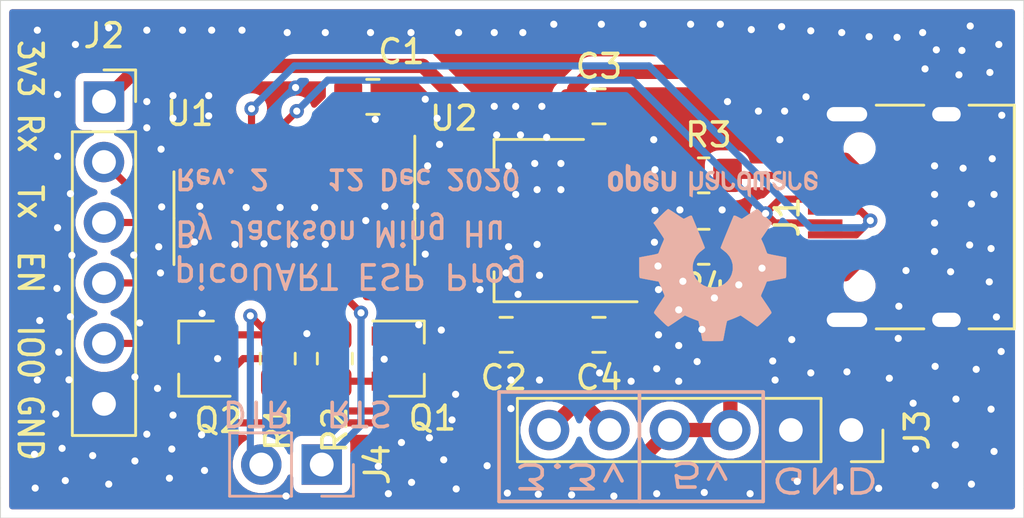
<source format=kicad_pcb>
(kicad_pcb (version 20171130) (host pcbnew 5.1.7-a382d34a8~88~ubuntu20.04.1)

  (general
    (thickness 1.6002)
    (drawings 25)
    (tracks 331)
    (zones 0)
    (modules 17)
    (nets 17)
  )

  (page A4)
  (layers
    (0 Front signal)
    (1 In1.Cu signal)
    (2 In2.Cu signal)
    (31 Back signal)
    (34 B.Paste user)
    (35 F.Paste user)
    (36 B.SilkS user)
    (37 F.SilkS user)
    (38 B.Mask user)
    (39 F.Mask user)
    (44 Edge.Cuts user)
    (45 Margin user)
    (46 B.CrtYd user)
    (47 F.CrtYd user)
    (49 F.Fab user hide)
  )

  (setup
    (last_trace_width 0.127)
    (user_trace_width 0.15)
    (user_trace_width 0.17)
    (user_trace_width 0.2)
    (user_trace_width 0.2286)
    (user_trace_width 0.3)
    (user_trace_width 0.4)
    (user_trace_width 0.5)
    (user_trace_width 0.6)
    (trace_clearance 0.127)
    (zone_clearance 0.35)
    (zone_45_only no)
    (trace_min 0.127)
    (via_size 0.6)
    (via_drill 0.3)
    (via_min_size 0.6)
    (via_min_drill 0.3)
    (user_via 0.6 0.3)
    (user_via 0.9 0.4)
    (uvia_size 0.6858)
    (uvia_drill 0.3302)
    (uvias_allowed no)
    (uvia_min_size 0.2)
    (uvia_min_drill 0.1)
    (edge_width 0.0381)
    (segment_width 0.254)
    (pcb_text_width 0.3048)
    (pcb_text_size 1.524 1.524)
    (mod_edge_width 0.1524)
    (mod_text_size 0.8128 0.8128)
    (mod_text_width 0.1524)
    (pad_size 1.524 1.524)
    (pad_drill 0.762)
    (pad_to_mask_clearance 0)
    (solder_mask_min_width 0.12)
    (aux_axis_origin 0 0)
    (visible_elements FFFFFF7F)
    (pcbplotparams
      (layerselection 0x010fc_ffffffff)
      (usegerberextensions false)
      (usegerberattributes true)
      (usegerberadvancedattributes true)
      (creategerberjobfile true)
      (excludeedgelayer true)
      (linewidth 0.100000)
      (plotframeref false)
      (viasonmask false)
      (mode 1)
      (useauxorigin false)
      (hpglpennumber 1)
      (hpglpenspeed 20)
      (hpglpendiameter 15.000000)
      (psnegative false)
      (psa4output false)
      (plotreference true)
      (plotvalue true)
      (plotinvisibletext false)
      (padsonsilk false)
      (subtractmaskfromsilk false)
      (outputformat 1)
      (mirror false)
      (drillshape 1)
      (scaleselection 1)
      (outputdirectory ""))
  )

  (net 0 "")
  (net 1 "Net-(C1-Pad2)")
  (net 2 GND)
  (net 3 +5V)
  (net 4 +3V3)
  (net 5 "Net-(J1-PadA5)")
  (net 6 DN)
  (net 7 DP)
  (net 8 "Net-(J1-PadB5)")
  (net 9 TxD)
  (net 10 RxD)
  (net 11 DTR)
  (net 12 RTS)
  (net 13 IO0)
  (net 14 EN)
  (net 15 "Net-(Q1-Pad1)")
  (net 16 "Net-(Q2-Pad1)")

  (net_class Default "This is the default net class."
    (clearance 0.127)
    (trace_width 0.127)
    (via_dia 0.6)
    (via_drill 0.3)
    (uvia_dia 0.6858)
    (uvia_drill 0.3302)
    (diff_pair_width 0.1524)
    (diff_pair_gap 0.254)
    (add_net +3V3)
    (add_net +5V)
    (add_net DN)
    (add_net DP)
    (add_net DTR)
    (add_net EN)
    (add_net GND)
    (add_net IO0)
    (add_net "Net-(C1-Pad2)")
    (add_net "Net-(J1-PadA5)")
    (add_net "Net-(J1-PadB5)")
    (add_net "Net-(Q1-Pad1)")
    (add_net "Net-(Q2-Pad1)")
    (add_net RTS)
    (add_net RxD)
    (add_net TxD)
  )

  (module Symbol:OSHW-Logo2_9.8x8mm_SilkScreen (layer Back) (tedit 0) (tstamp 5FD55AC0)
    (at 157.68 98.85)
    (descr "Open Source Hardware Symbol")
    (tags "Logo Symbol OSHW")
    (attr virtual)
    (fp_text reference LOGO (at 0 0) (layer B.SilkS) hide
      (effects (font (size 1 1) (thickness 0.15)) (justify mirror))
    )
    (fp_text value OSHW-Logo2_9.8x8mm_SilkScreen (at 0.75 0) (layer B.Fab) hide
      (effects (font (size 1 1) (thickness 0.15)) (justify mirror))
    )
    (fp_poly (pts (xy 0.139878 3.712224) (xy 0.245612 3.711645) (xy 0.322132 3.710078) (xy 0.374372 3.707028)
      (xy 0.407263 3.702004) (xy 0.425737 3.694511) (xy 0.434727 3.684056) (xy 0.439163 3.670147)
      (xy 0.439594 3.668346) (xy 0.446333 3.635855) (xy 0.458808 3.571748) (xy 0.475719 3.482849)
      (xy 0.495771 3.375981) (xy 0.517664 3.257967) (xy 0.518429 3.253822) (xy 0.540359 3.138169)
      (xy 0.560877 3.035986) (xy 0.578659 2.953402) (xy 0.592381 2.896544) (xy 0.600718 2.871542)
      (xy 0.601116 2.871099) (xy 0.625677 2.85889) (xy 0.676315 2.838544) (xy 0.742095 2.814455)
      (xy 0.742461 2.814326) (xy 0.825317 2.783182) (xy 0.923 2.743509) (xy 1.015077 2.703619)
      (xy 1.019434 2.701647) (xy 1.169407 2.63358) (xy 1.501498 2.860361) (xy 1.603374 2.929496)
      (xy 1.695657 2.991303) (xy 1.773003 3.042267) (xy 1.830064 3.078873) (xy 1.861495 3.097606)
      (xy 1.864479 3.098996) (xy 1.887321 3.09281) (xy 1.929982 3.062965) (xy 1.994128 3.008053)
      (xy 2.081421 2.926666) (xy 2.170535 2.840078) (xy 2.256441 2.754753) (xy 2.333327 2.676892)
      (xy 2.396564 2.611303) (xy 2.441523 2.562795) (xy 2.463576 2.536175) (xy 2.464396 2.534805)
      (xy 2.466834 2.516537) (xy 2.45765 2.486705) (xy 2.434574 2.441279) (xy 2.395337 2.37623)
      (xy 2.33767 2.28753) (xy 2.260795 2.173343) (xy 2.19257 2.072838) (xy 2.131582 1.982697)
      (xy 2.081356 1.908151) (xy 2.045416 1.854435) (xy 2.027287 1.826782) (xy 2.026146 1.824905)
      (xy 2.028359 1.79841) (xy 2.045138 1.746914) (xy 2.073142 1.680149) (xy 2.083122 1.658828)
      (xy 2.126672 1.563841) (xy 2.173134 1.456063) (xy 2.210877 1.362808) (xy 2.238073 1.293594)
      (xy 2.259675 1.240994) (xy 2.272158 1.213503) (xy 2.273709 1.211384) (xy 2.296668 1.207876)
      (xy 2.350786 1.198262) (xy 2.428868 1.183911) (xy 2.523719 1.166193) (xy 2.628143 1.146475)
      (xy 2.734944 1.126126) (xy 2.836926 1.106514) (xy 2.926894 1.089009) (xy 2.997653 1.074978)
      (xy 3.042006 1.065791) (xy 3.052885 1.063193) (xy 3.064122 1.056782) (xy 3.072605 1.042303)
      (xy 3.078714 1.014867) (xy 3.082832 0.969589) (xy 3.085341 0.90158) (xy 3.086621 0.805953)
      (xy 3.087054 0.67782) (xy 3.087077 0.625299) (xy 3.087077 0.198155) (xy 2.9845 0.177909)
      (xy 2.927431 0.16693) (xy 2.842269 0.150905) (xy 2.739372 0.131767) (xy 2.629096 0.111449)
      (xy 2.598615 0.105868) (xy 2.496855 0.086083) (xy 2.408205 0.066627) (xy 2.340108 0.049303)
      (xy 2.300004 0.035912) (xy 2.293323 0.031921) (xy 2.276919 0.003658) (xy 2.253399 -0.051109)
      (xy 2.227316 -0.121588) (xy 2.222142 -0.136769) (xy 2.187956 -0.230896) (xy 2.145523 -0.337101)
      (xy 2.103997 -0.432473) (xy 2.103792 -0.432916) (xy 2.03464 -0.582525) (xy 2.489512 -1.251617)
      (xy 2.1975 -1.544116) (xy 2.10918 -1.63117) (xy 2.028625 -1.707909) (xy 1.96036 -1.770237)
      (xy 1.908908 -1.814056) (xy 1.878794 -1.83527) (xy 1.874474 -1.836616) (xy 1.849111 -1.826016)
      (xy 1.797358 -1.796547) (xy 1.724868 -1.751705) (xy 1.637294 -1.694984) (xy 1.542612 -1.631462)
      (xy 1.446516 -1.566668) (xy 1.360837 -1.510287) (xy 1.291016 -1.465788) (xy 1.242494 -1.436639)
      (xy 1.220782 -1.426308) (xy 1.194293 -1.43505) (xy 1.144062 -1.458087) (xy 1.080451 -1.490631)
      (xy 1.073708 -1.494249) (xy 0.988046 -1.53721) (xy 0.929306 -1.558279) (xy 0.892772 -1.558503)
      (xy 0.873731 -1.538928) (xy 0.87362 -1.538654) (xy 0.864102 -1.515472) (xy 0.841403 -1.460441)
      (xy 0.807282 -1.377822) (xy 0.7635 -1.271872) (xy 0.711816 -1.146852) (xy 0.653992 -1.00702)
      (xy 0.597991 -0.871637) (xy 0.536447 -0.722234) (xy 0.479939 -0.583832) (xy 0.430161 -0.460673)
      (xy 0.388806 -0.357002) (xy 0.357568 -0.277059) (xy 0.338141 -0.225088) (xy 0.332154 -0.205692)
      (xy 0.347168 -0.183443) (xy 0.386439 -0.147982) (xy 0.438807 -0.108887) (xy 0.587941 0.014755)
      (xy 0.704511 0.156478) (xy 0.787118 0.313296) (xy 0.834366 0.482225) (xy 0.844857 0.660278)
      (xy 0.837231 0.742461) (xy 0.795682 0.912969) (xy 0.724123 1.063541) (xy 0.626995 1.192691)
      (xy 0.508734 1.298936) (xy 0.37378 1.38079) (xy 0.226571 1.436768) (xy 0.071544 1.465385)
      (xy -0.086861 1.465156) (xy -0.244206 1.434595) (xy -0.396054 1.372218) (xy -0.537965 1.27654)
      (xy -0.597197 1.222428) (xy -0.710797 1.08348) (xy -0.789894 0.931639) (xy -0.835014 0.771333)
      (xy -0.846684 0.606988) (xy -0.825431 0.443029) (xy -0.77178 0.283882) (xy -0.68626 0.133975)
      (xy -0.569395 -0.002267) (xy -0.438807 -0.108887) (xy -0.384412 -0.149642) (xy -0.345986 -0.184718)
      (xy -0.332154 -0.205726) (xy -0.339397 -0.228635) (xy -0.359995 -0.283365) (xy -0.392254 -0.365672)
      (xy -0.434479 -0.471315) (xy -0.484977 -0.59605) (xy -0.542052 -0.735636) (xy -0.598146 -0.87167)
      (xy -0.660033 -1.021201) (xy -0.717356 -1.159767) (xy -0.768356 -1.283107) (xy -0.811273 -1.386964)
      (xy -0.844347 -1.46708) (xy -0.865819 -1.519195) (xy -0.873775 -1.538654) (xy -0.892571 -1.558423)
      (xy -0.928926 -1.558365) (xy -0.987521 -1.537441) (xy -1.073032 -1.494613) (xy -1.073708 -1.494249)
      (xy -1.138093 -1.461012) (xy -1.190139 -1.436802) (xy -1.219488 -1.426404) (xy -1.220783 -1.426308)
      (xy -1.242876 -1.436855) (xy -1.291652 -1.466184) (xy -1.361669 -1.510827) (xy -1.447486 -1.567314)
      (xy -1.542612 -1.631462) (xy -1.63946 -1.696411) (xy -1.726747 -1.752896) (xy -1.798819 -1.797421)
      (xy -1.850023 -1.82649) (xy -1.874474 -1.836616) (xy -1.89699 -1.823307) (xy -1.942258 -1.786112)
      (xy -2.005756 -1.729128) (xy -2.082961 -1.656449) (xy -2.169349 -1.572171) (xy -2.197601 -1.544016)
      (xy -2.489713 -1.251416) (xy -2.267369 -0.925104) (xy -2.199798 -0.824897) (xy -2.140493 -0.734963)
      (xy -2.092783 -0.66051) (xy -2.059993 -0.606751) (xy -2.045452 -0.578894) (xy -2.045026 -0.576912)
      (xy -2.052692 -0.550655) (xy -2.073311 -0.497837) (xy -2.103315 -0.42731) (xy -2.124375 -0.380093)
      (xy -2.163752 -0.289694) (xy -2.200835 -0.198366) (xy -2.229585 -0.1212) (xy -2.237395 -0.097692)
      (xy -2.259583 -0.034916) (xy -2.281273 0.013589) (xy -2.293187 0.031921) (xy -2.319477 0.043141)
      (xy -2.376858 0.059046) (xy -2.457882 0.077833) (xy -2.555105 0.097701) (xy -2.598615 0.105868)
      (xy -2.709104 0.126171) (xy -2.815084 0.14583) (xy -2.906199 0.162912) (xy -2.972092 0.175482)
      (xy -2.9845 0.177909) (xy -3.087077 0.198155) (xy -3.087077 0.625299) (xy -3.086847 0.765754)
      (xy -3.085901 0.872021) (xy -3.083859 0.948987) (xy -3.080338 1.00154) (xy -3.074957 1.034567)
      (xy -3.067334 1.052955) (xy -3.057088 1.061592) (xy -3.052885 1.063193) (xy -3.02753 1.068873)
      (xy -2.971516 1.080205) (xy -2.892036 1.095821) (xy -2.796288 1.114353) (xy -2.691467 1.134431)
      (xy -2.584768 1.154688) (xy -2.483387 1.173754) (xy -2.394521 1.190261) (xy -2.325363 1.202841)
      (xy -2.283111 1.210125) (xy -2.27371 1.211384) (xy -2.265193 1.228237) (xy -2.24634 1.27313)
      (xy -2.220676 1.33757) (xy -2.210877 1.362808) (xy -2.171352 1.460314) (xy -2.124808 1.568041)
      (xy -2.083123 1.658828) (xy -2.05245 1.728247) (xy -2.032044 1.78529) (xy -2.025232 1.820223)
      (xy -2.026318 1.824905) (xy -2.040715 1.847009) (xy -2.073588 1.896169) (xy -2.12141 1.967152)
      (xy -2.180652 2.054722) (xy -2.247785 2.153643) (xy -2.261059 2.17317) (xy -2.338954 2.28886)
      (xy -2.396213 2.376956) (xy -2.435119 2.441514) (xy -2.457956 2.486589) (xy -2.467006 2.516237)
      (xy -2.464552 2.534515) (xy -2.464489 2.534631) (xy -2.445173 2.558639) (xy -2.402449 2.605053)
      (xy -2.340949 2.669063) (xy -2.265302 2.745855) (xy -2.180139 2.830618) (xy -2.170535 2.840078)
      (xy -2.06321 2.944011) (xy -1.980385 3.020325) (xy -1.920395 3.070429) (xy -1.881577 3.09573)
      (xy -1.86448 3.098996) (xy -1.839527 3.08475) (xy -1.787745 3.051844) (xy -1.71448 3.003792)
      (xy -1.62508 2.94411) (xy -1.524889 2.876312) (xy -1.501499 2.860361) (xy -1.169407 2.63358)
      (xy -1.019435 2.701647) (xy -0.92823 2.741315) (xy -0.830331 2.781209) (xy -0.746169 2.813017)
      (xy -0.742462 2.814326) (xy -0.676631 2.838424) (xy -0.625884 2.8588) (xy -0.601158 2.871064)
      (xy -0.601116 2.871099) (xy -0.593271 2.893266) (xy -0.579934 2.947783) (xy -0.56243 3.02852)
      (xy -0.542083 3.12935) (xy -0.520218 3.244144) (xy -0.518429 3.253822) (xy -0.496496 3.372096)
      (xy -0.47636 3.479458) (xy -0.45932 3.569083) (xy -0.446672 3.634149) (xy -0.439716 3.667832)
      (xy -0.439594 3.668346) (xy -0.435361 3.682675) (xy -0.427129 3.693493) (xy -0.409967 3.701294)
      (xy -0.378942 3.706571) (xy -0.329122 3.709818) (xy -0.255576 3.711528) (xy -0.153371 3.712193)
      (xy -0.017575 3.712307) (xy 0 3.712308) (xy 0.139878 3.712224)) (layer B.SilkS) (width 0.01))
    (fp_poly (pts (xy 4.245224 -2.647838) (xy 4.322528 -2.698361) (xy 4.359814 -2.74359) (xy 4.389353 -2.825663)
      (xy 4.391699 -2.890607) (xy 4.386385 -2.977445) (xy 4.186115 -3.065103) (xy 4.088739 -3.109887)
      (xy 4.025113 -3.145913) (xy 3.992029 -3.177117) (xy 3.98628 -3.207436) (xy 4.004658 -3.240805)
      (xy 4.024923 -3.262923) (xy 4.083889 -3.298393) (xy 4.148024 -3.300879) (xy 4.206926 -3.273235)
      (xy 4.250197 -3.21832) (xy 4.257936 -3.198928) (xy 4.295006 -3.138364) (xy 4.337654 -3.112552)
      (xy 4.396154 -3.090471) (xy 4.396154 -3.174184) (xy 4.390982 -3.23115) (xy 4.370723 -3.279189)
      (xy 4.328262 -3.334346) (xy 4.321951 -3.341514) (xy 4.27472 -3.390585) (xy 4.234121 -3.41692)
      (xy 4.183328 -3.429035) (xy 4.14122 -3.433003) (xy 4.065902 -3.433991) (xy 4.012286 -3.421466)
      (xy 3.978838 -3.402869) (xy 3.926268 -3.361975) (xy 3.889879 -3.317748) (xy 3.86685 -3.262126)
      (xy 3.854359 -3.187047) (xy 3.849587 -3.084449) (xy 3.849206 -3.032376) (xy 3.850501 -2.969948)
      (xy 3.968471 -2.969948) (xy 3.969839 -3.003438) (xy 3.973249 -3.008923) (xy 3.995753 -3.001472)
      (xy 4.044182 -2.981753) (xy 4.108908 -2.953718) (xy 4.122443 -2.947692) (xy 4.204244 -2.906096)
      (xy 4.249312 -2.869538) (xy 4.259217 -2.835296) (xy 4.235526 -2.800648) (xy 4.21596 -2.785339)
      (xy 4.14536 -2.754721) (xy 4.07928 -2.75978) (xy 4.023959 -2.797151) (xy 3.985636 -2.863473)
      (xy 3.973349 -2.916116) (xy 3.968471 -2.969948) (xy 3.850501 -2.969948) (xy 3.85173 -2.91072)
      (xy 3.861032 -2.82071) (xy 3.87946 -2.755167) (xy 3.90936 -2.706912) (xy 3.95308 -2.668767)
      (xy 3.972141 -2.65644) (xy 4.058726 -2.624336) (xy 4.153522 -2.622316) (xy 4.245224 -2.647838)) (layer B.SilkS) (width 0.01))
    (fp_poly (pts (xy 3.570807 -2.636782) (xy 3.594161 -2.646988) (xy 3.649902 -2.691134) (xy 3.697569 -2.754967)
      (xy 3.727048 -2.823087) (xy 3.731846 -2.85667) (xy 3.71576 -2.903556) (xy 3.680475 -2.928365)
      (xy 3.642644 -2.943387) (xy 3.625321 -2.946155) (xy 3.616886 -2.926066) (xy 3.60023 -2.882351)
      (xy 3.592923 -2.862598) (xy 3.551948 -2.794271) (xy 3.492622 -2.760191) (xy 3.416552 -2.761239)
      (xy 3.410918 -2.762581) (xy 3.370305 -2.781836) (xy 3.340448 -2.819375) (xy 3.320055 -2.879809)
      (xy 3.307836 -2.967751) (xy 3.3025 -3.087813) (xy 3.302 -3.151698) (xy 3.301752 -3.252403)
      (xy 3.300126 -3.321054) (xy 3.295801 -3.364673) (xy 3.287454 -3.390282) (xy 3.273765 -3.404903)
      (xy 3.253411 -3.415558) (xy 3.252234 -3.416095) (xy 3.213038 -3.432667) (xy 3.193619 -3.438769)
      (xy 3.190635 -3.420319) (xy 3.188081 -3.369323) (xy 3.18614 -3.292308) (xy 3.184997 -3.195805)
      (xy 3.184769 -3.125184) (xy 3.185932 -2.988525) (xy 3.190479 -2.884851) (xy 3.199999 -2.808108)
      (xy 3.216081 -2.752246) (xy 3.240313 -2.711212) (xy 3.274286 -2.678954) (xy 3.307833 -2.65644)
      (xy 3.388499 -2.626476) (xy 3.482381 -2.619718) (xy 3.570807 -2.636782)) (layer B.SilkS) (width 0.01))
    (fp_poly (pts (xy 2.887333 -2.633528) (xy 2.94359 -2.659117) (xy 2.987747 -2.690124) (xy 3.020101 -2.724795)
      (xy 3.042438 -2.76952) (xy 3.056546 -2.830692) (xy 3.064211 -2.914701) (xy 3.06722 -3.02794)
      (xy 3.067538 -3.102509) (xy 3.067538 -3.39342) (xy 3.017773 -3.416095) (xy 2.978576 -3.432667)
      (xy 2.959157 -3.438769) (xy 2.955442 -3.42061) (xy 2.952495 -3.371648) (xy 2.950691 -3.300153)
      (xy 2.950308 -3.243385) (xy 2.948661 -3.161371) (xy 2.944222 -3.096309) (xy 2.93774 -3.056467)
      (xy 2.93259 -3.048) (xy 2.897977 -3.056646) (xy 2.84364 -3.078823) (xy 2.780722 -3.108886)
      (xy 2.720368 -3.141192) (xy 2.673721 -3.170098) (xy 2.651926 -3.189961) (xy 2.651839 -3.190175)
      (xy 2.653714 -3.226935) (xy 2.670525 -3.262026) (xy 2.700039 -3.290528) (xy 2.743116 -3.300061)
      (xy 2.779932 -3.29895) (xy 2.832074 -3.298133) (xy 2.859444 -3.310349) (xy 2.875882 -3.342624)
      (xy 2.877955 -3.34871) (xy 2.885081 -3.394739) (xy 2.866024 -3.422687) (xy 2.816353 -3.436007)
      (xy 2.762697 -3.43847) (xy 2.666142 -3.42021) (xy 2.616159 -3.394131) (xy 2.554429 -3.332868)
      (xy 2.52169 -3.25767) (xy 2.518753 -3.178211) (xy 2.546424 -3.104167) (xy 2.588047 -3.057769)
      (xy 2.629604 -3.031793) (xy 2.694922 -2.998907) (xy 2.771038 -2.965557) (xy 2.783726 -2.960461)
      (xy 2.867333 -2.923565) (xy 2.91553 -2.891046) (xy 2.93103 -2.858718) (xy 2.91655 -2.822394)
      (xy 2.891692 -2.794) (xy 2.832939 -2.759039) (xy 2.768293 -2.756417) (xy 2.709008 -2.783358)
      (xy 2.666339 -2.837088) (xy 2.660739 -2.85095) (xy 2.628133 -2.901936) (xy 2.58053 -2.939787)
      (xy 2.520461 -2.97085) (xy 2.520461 -2.882768) (xy 2.523997 -2.828951) (xy 2.539156 -2.786534)
      (xy 2.572768 -2.741279) (xy 2.605035 -2.70642) (xy 2.655209 -2.657062) (xy 2.694193 -2.630547)
      (xy 2.736064 -2.619911) (xy 2.78346 -2.618154) (xy 2.887333 -2.633528)) (layer B.SilkS) (width 0.01))
    (fp_poly (pts (xy 2.395929 -2.636662) (xy 2.398911 -2.688068) (xy 2.401247 -2.766192) (xy 2.402749 -2.864857)
      (xy 2.403231 -2.968343) (xy 2.403231 -3.318533) (xy 2.341401 -3.380363) (xy 2.298793 -3.418462)
      (xy 2.26139 -3.433895) (xy 2.21027 -3.432918) (xy 2.189978 -3.430433) (xy 2.126554 -3.4232)
      (xy 2.074095 -3.419055) (xy 2.061308 -3.418672) (xy 2.018199 -3.421176) (xy 1.956544 -3.427462)
      (xy 1.932638 -3.430433) (xy 1.873922 -3.435028) (xy 1.834464 -3.425046) (xy 1.795338 -3.394228)
      (xy 1.781215 -3.380363) (xy 1.719385 -3.318533) (xy 1.719385 -2.663503) (xy 1.76915 -2.640829)
      (xy 1.812002 -2.624034) (xy 1.837073 -2.618154) (xy 1.843501 -2.636736) (xy 1.849509 -2.688655)
      (xy 1.854697 -2.768172) (xy 1.858664 -2.869546) (xy 1.860577 -2.955192) (xy 1.865923 -3.292231)
      (xy 1.91256 -3.298825) (xy 1.954976 -3.294214) (xy 1.97576 -3.279287) (xy 1.98157 -3.251377)
      (xy 1.98653 -3.191925) (xy 1.990246 -3.108466) (xy 1.992324 -3.008532) (xy 1.992624 -2.957104)
      (xy 1.992923 -2.661054) (xy 2.054454 -2.639604) (xy 2.098004 -2.62502) (xy 2.121694 -2.618219)
      (xy 2.122377 -2.618154) (xy 2.124754 -2.636642) (xy 2.127366 -2.687906) (xy 2.129995 -2.765649)
      (xy 2.132421 -2.863574) (xy 2.134115 -2.955192) (xy 2.139461 -3.292231) (xy 2.256692 -3.292231)
      (xy 2.262072 -2.984746) (xy 2.267451 -2.677261) (xy 2.324601 -2.647707) (xy 2.366797 -2.627413)
      (xy 2.39177 -2.618204) (xy 2.392491 -2.618154) (xy 2.395929 -2.636662)) (layer B.SilkS) (width 0.01))
    (fp_poly (pts (xy 1.602081 -2.780289) (xy 1.601833 -2.92632) (xy 1.600872 -3.038655) (xy 1.598794 -3.122678)
      (xy 1.595193 -3.183769) (xy 1.589665 -3.227309) (xy 1.581804 -3.258679) (xy 1.571207 -3.283262)
      (xy 1.563182 -3.297294) (xy 1.496728 -3.373388) (xy 1.41247 -3.421084) (xy 1.319249 -3.438199)
      (xy 1.2259 -3.422546) (xy 1.170312 -3.394418) (xy 1.111957 -3.34576) (xy 1.072186 -3.286333)
      (xy 1.04819 -3.208507) (xy 1.037161 -3.104652) (xy 1.035599 -3.028462) (xy 1.035809 -3.022986)
      (xy 1.172308 -3.022986) (xy 1.173141 -3.110355) (xy 1.176961 -3.168192) (xy 1.185746 -3.206029)
      (xy 1.201474 -3.233398) (xy 1.220266 -3.254042) (xy 1.283375 -3.29389) (xy 1.351137 -3.297295)
      (xy 1.415179 -3.264025) (xy 1.420164 -3.259517) (xy 1.441439 -3.236067) (xy 1.454779 -3.208166)
      (xy 1.462001 -3.166641) (xy 1.464923 -3.102316) (xy 1.465385 -3.0312) (xy 1.464383 -2.941858)
      (xy 1.460238 -2.882258) (xy 1.451236 -2.843089) (xy 1.435667 -2.81504) (xy 1.422902 -2.800144)
      (xy 1.3636 -2.762575) (xy 1.295301 -2.758057) (xy 1.23011 -2.786753) (xy 1.217528 -2.797406)
      (xy 1.196111 -2.821063) (xy 1.182744 -2.849251) (xy 1.175566 -2.891245) (xy 1.172719 -2.956319)
      (xy 1.172308 -3.022986) (xy 1.035809 -3.022986) (xy 1.040322 -2.905765) (xy 1.056362 -2.813577)
      (xy 1.086528 -2.744269) (xy 1.133629 -2.690211) (xy 1.170312 -2.662505) (xy 1.23699 -2.632572)
      (xy 1.314272 -2.618678) (xy 1.38611 -2.622397) (xy 1.426308 -2.6374) (xy 1.442082 -2.64167)
      (xy 1.45255 -2.62575) (xy 1.459856 -2.583089) (xy 1.465385 -2.518106) (xy 1.471437 -2.445732)
      (xy 1.479844 -2.402187) (xy 1.495141 -2.377287) (xy 1.521864 -2.360845) (xy 1.538654 -2.353564)
      (xy 1.602154 -2.326963) (xy 1.602081 -2.780289)) (layer B.SilkS) (width 0.01))
    (fp_poly (pts (xy 0.713362 -2.62467) (xy 0.802117 -2.657421) (xy 0.874022 -2.71535) (xy 0.902144 -2.756128)
      (xy 0.932802 -2.830954) (xy 0.932165 -2.885058) (xy 0.899987 -2.921446) (xy 0.888081 -2.927633)
      (xy 0.836675 -2.946925) (xy 0.810422 -2.941982) (xy 0.80153 -2.909587) (xy 0.801077 -2.891692)
      (xy 0.784797 -2.825859) (xy 0.742365 -2.779807) (xy 0.683388 -2.757564) (xy 0.617475 -2.763161)
      (xy 0.563895 -2.792229) (xy 0.545798 -2.80881) (xy 0.532971 -2.828925) (xy 0.524306 -2.859332)
      (xy 0.518696 -2.906788) (xy 0.515035 -2.97805) (xy 0.512215 -3.079875) (xy 0.511484 -3.112115)
      (xy 0.50882 -3.22241) (xy 0.505792 -3.300036) (xy 0.50125 -3.351396) (xy 0.494046 -3.38289)
      (xy 0.483033 -3.40092) (xy 0.46706 -3.411888) (xy 0.456834 -3.416733) (xy 0.413406 -3.433301)
      (xy 0.387842 -3.438769) (xy 0.379395 -3.420507) (xy 0.374239 -3.365296) (xy 0.372346 -3.272499)
      (xy 0.373689 -3.141478) (xy 0.374107 -3.121269) (xy 0.377058 -3.001733) (xy 0.380548 -2.914449)
      (xy 0.385514 -2.852591) (xy 0.392893 -2.809336) (xy 0.403624 -2.77786) (xy 0.418645 -2.751339)
      (xy 0.426502 -2.739975) (xy 0.471553 -2.689692) (xy 0.52194 -2.650581) (xy 0.528108 -2.647167)
      (xy 0.618458 -2.620212) (xy 0.713362 -2.62467)) (layer B.SilkS) (width 0.01))
    (fp_poly (pts (xy 0.053501 -2.626303) (xy 0.13006 -2.654733) (xy 0.130936 -2.655279) (xy 0.178285 -2.690127)
      (xy 0.213241 -2.730852) (xy 0.237825 -2.783925) (xy 0.254062 -2.855814) (xy 0.263975 -2.952992)
      (xy 0.269586 -3.081928) (xy 0.270077 -3.100298) (xy 0.277141 -3.377287) (xy 0.217695 -3.408028)
      (xy 0.174681 -3.428802) (xy 0.14871 -3.438646) (xy 0.147509 -3.438769) (xy 0.143014 -3.420606)
      (xy 0.139444 -3.371612) (xy 0.137248 -3.300031) (xy 0.136769 -3.242068) (xy 0.136758 -3.14817)
      (xy 0.132466 -3.089203) (xy 0.117503 -3.061079) (xy 0.085482 -3.059706) (xy 0.030014 -3.080998)
      (xy -0.053731 -3.120136) (xy -0.115311 -3.152643) (xy -0.146983 -3.180845) (xy -0.156294 -3.211582)
      (xy -0.156308 -3.213104) (xy -0.140943 -3.266054) (xy -0.095453 -3.29466) (xy -0.025834 -3.298803)
      (xy 0.024313 -3.298084) (xy 0.050754 -3.312527) (xy 0.067243 -3.347218) (xy 0.076733 -3.391416)
      (xy 0.063057 -3.416493) (xy 0.057907 -3.420082) (xy 0.009425 -3.434496) (xy -0.058469 -3.436537)
      (xy -0.128388 -3.426983) (xy -0.177932 -3.409522) (xy -0.24643 -3.351364) (xy -0.285366 -3.270408)
      (xy -0.293077 -3.20716) (xy -0.287193 -3.150111) (xy -0.265899 -3.103542) (xy -0.223735 -3.062181)
      (xy -0.155241 -3.020755) (xy -0.054956 -2.973993) (xy -0.048846 -2.97135) (xy 0.04149 -2.929617)
      (xy 0.097235 -2.895391) (xy 0.121129 -2.864635) (xy 0.115913 -2.833311) (xy 0.084328 -2.797383)
      (xy 0.074883 -2.789116) (xy 0.011617 -2.757058) (xy -0.053936 -2.758407) (xy -0.111028 -2.789838)
      (xy -0.148907 -2.848024) (xy -0.152426 -2.859446) (xy -0.1867 -2.914837) (xy -0.230191 -2.941518)
      (xy -0.293077 -2.96796) (xy -0.293077 -2.899548) (xy -0.273948 -2.80011) (xy -0.217169 -2.708902)
      (xy -0.187622 -2.678389) (xy -0.120458 -2.639228) (xy -0.035044 -2.6215) (xy 0.053501 -2.626303)) (layer B.SilkS) (width 0.01))
    (fp_poly (pts (xy -0.840154 -2.49212) (xy -0.834428 -2.57198) (xy -0.827851 -2.619039) (xy -0.818738 -2.639566)
      (xy -0.805402 -2.639829) (xy -0.801077 -2.637378) (xy -0.743556 -2.619636) (xy -0.668732 -2.620672)
      (xy -0.592661 -2.63891) (xy -0.545082 -2.662505) (xy -0.496298 -2.700198) (xy -0.460636 -2.742855)
      (xy -0.436155 -2.797057) (xy -0.420913 -2.869384) (xy -0.41297 -2.966419) (xy -0.410384 -3.094742)
      (xy -0.410338 -3.119358) (xy -0.410308 -3.39587) (xy -0.471839 -3.41732) (xy -0.515541 -3.431912)
      (xy -0.539518 -3.438706) (xy -0.540223 -3.438769) (xy -0.542585 -3.420345) (xy -0.544594 -3.369526)
      (xy -0.546099 -3.292993) (xy -0.546947 -3.19743) (xy -0.547077 -3.139329) (xy -0.547349 -3.024771)
      (xy -0.548748 -2.942667) (xy -0.552151 -2.886393) (xy -0.558433 -2.849326) (xy -0.568471 -2.824844)
      (xy -0.583139 -2.806325) (xy -0.592298 -2.797406) (xy -0.655211 -2.761466) (xy -0.723864 -2.758775)
      (xy -0.786152 -2.78917) (xy -0.797671 -2.800144) (xy -0.814567 -2.820779) (xy -0.826286 -2.845256)
      (xy -0.833767 -2.880647) (xy -0.837946 -2.934026) (xy -0.839763 -3.012466) (xy -0.840154 -3.120617)
      (xy -0.840154 -3.39587) (xy -0.901685 -3.41732) (xy -0.945387 -3.431912) (xy -0.969364 -3.438706)
      (xy -0.97007 -3.438769) (xy -0.971874 -3.420069) (xy -0.9735 -3.367322) (xy -0.974883 -3.285557)
      (xy -0.975958 -3.179805) (xy -0.97666 -3.055094) (xy -0.976923 -2.916455) (xy -0.976923 -2.381806)
      (xy -0.849923 -2.328236) (xy -0.840154 -2.49212)) (layer B.SilkS) (width 0.01))
    (fp_poly (pts (xy -2.465746 -2.599745) (xy -2.388714 -2.651567) (xy -2.329184 -2.726412) (xy -2.293622 -2.821654)
      (xy -2.286429 -2.891756) (xy -2.287246 -2.921009) (xy -2.294086 -2.943407) (xy -2.312888 -2.963474)
      (xy -2.349592 -2.985733) (xy -2.410138 -3.014709) (xy -2.500466 -3.054927) (xy -2.500923 -3.055129)
      (xy -2.584067 -3.09321) (xy -2.652247 -3.127025) (xy -2.698495 -3.152933) (xy -2.715842 -3.167295)
      (xy -2.715846 -3.167411) (xy -2.700557 -3.198685) (xy -2.664804 -3.233157) (xy -2.623758 -3.25799)
      (xy -2.602963 -3.262923) (xy -2.54623 -3.245862) (xy -2.497373 -3.203133) (xy -2.473535 -3.156155)
      (xy -2.450603 -3.121522) (xy -2.405682 -3.082081) (xy -2.352877 -3.048009) (xy -2.30629 -3.02948)
      (xy -2.296548 -3.028462) (xy -2.285582 -3.045215) (xy -2.284921 -3.088039) (xy -2.29298 -3.145781)
      (xy -2.308173 -3.207289) (xy -2.328914 -3.261409) (xy -2.329962 -3.26351) (xy -2.392379 -3.35066)
      (xy -2.473274 -3.409939) (xy -2.565144 -3.439034) (xy -2.660487 -3.435634) (xy -2.751802 -3.397428)
      (xy -2.755862 -3.394741) (xy -2.827694 -3.329642) (xy -2.874927 -3.244705) (xy -2.901066 -3.133021)
      (xy -2.904574 -3.101643) (xy -2.910787 -2.953536) (xy -2.903339 -2.884468) (xy -2.715846 -2.884468)
      (xy -2.71341 -2.927552) (xy -2.700086 -2.940126) (xy -2.666868 -2.930719) (xy -2.614506 -2.908483)
      (xy -2.555976 -2.88061) (xy -2.554521 -2.879872) (xy -2.504911 -2.853777) (xy -2.485 -2.836363)
      (xy -2.48991 -2.818107) (xy -2.510584 -2.79412) (xy -2.563181 -2.759406) (xy -2.619823 -2.756856)
      (xy -2.670631 -2.782119) (xy -2.705724 -2.830847) (xy -2.715846 -2.884468) (xy -2.903339 -2.884468)
      (xy -2.898008 -2.835036) (xy -2.865222 -2.741055) (xy -2.819579 -2.675215) (xy -2.737198 -2.608681)
      (xy -2.646454 -2.575676) (xy -2.553815 -2.573573) (xy -2.465746 -2.599745)) (layer B.SilkS) (width 0.01))
    (fp_poly (pts (xy -3.983114 -2.587256) (xy -3.891536 -2.635409) (xy -3.823951 -2.712905) (xy -3.799943 -2.762727)
      (xy -3.781262 -2.837533) (xy -3.771699 -2.932052) (xy -3.770792 -3.03521) (xy -3.778079 -3.135935)
      (xy -3.793097 -3.223153) (xy -3.815385 -3.285791) (xy -3.822235 -3.296579) (xy -3.903368 -3.377105)
      (xy -3.999734 -3.425336) (xy -4.104299 -3.43945) (xy -4.210032 -3.417629) (xy -4.239457 -3.404547)
      (xy -4.296759 -3.364231) (xy -4.34705 -3.310775) (xy -4.351803 -3.303995) (xy -4.371122 -3.271321)
      (xy -4.383892 -3.236394) (xy -4.391436 -3.190414) (xy -4.395076 -3.124584) (xy -4.396135 -3.030105)
      (xy -4.396154 -3.008923) (xy -4.396106 -3.002182) (xy -4.200769 -3.002182) (xy -4.199632 -3.091349)
      (xy -4.195159 -3.15052) (xy -4.185754 -3.188741) (xy -4.169824 -3.215053) (xy -4.161692 -3.223846)
      (xy -4.114942 -3.257261) (xy -4.069553 -3.255737) (xy -4.02366 -3.226752) (xy -3.996288 -3.195809)
      (xy -3.980077 -3.150643) (xy -3.970974 -3.07942) (xy -3.970349 -3.071114) (xy -3.968796 -2.942037)
      (xy -3.985035 -2.846172) (xy -4.018848 -2.784107) (xy -4.070016 -2.756432) (xy -4.08828 -2.754923)
      (xy -4.13624 -2.762513) (xy -4.169047 -2.788808) (xy -4.189105 -2.839095) (xy -4.198822 -2.918664)
      (xy -4.200769 -3.002182) (xy -4.396106 -3.002182) (xy -4.395426 -2.908249) (xy -4.392371 -2.837906)
      (xy -4.385678 -2.789163) (xy -4.37404 -2.753288) (xy -4.356147 -2.721548) (xy -4.352192 -2.715648)
      (xy -4.285733 -2.636104) (xy -4.213315 -2.589929) (xy -4.125151 -2.571599) (xy -4.095213 -2.570703)
      (xy -3.983114 -2.587256)) (layer B.SilkS) (width 0.01))
    (fp_poly (pts (xy -1.728336 -2.595089) (xy -1.665633 -2.631358) (xy -1.622039 -2.667358) (xy -1.590155 -2.705075)
      (xy -1.56819 -2.751199) (xy -1.554351 -2.812421) (xy -1.546847 -2.895431) (xy -1.543883 -3.006919)
      (xy -1.543539 -3.087062) (xy -1.543539 -3.382065) (xy -1.709615 -3.456515) (xy -1.719385 -3.133402)
      (xy -1.723421 -3.012729) (xy -1.727656 -2.925141) (xy -1.732903 -2.86465) (xy -1.739975 -2.825268)
      (xy -1.749689 -2.801007) (xy -1.762856 -2.78588) (xy -1.767081 -2.782606) (xy -1.831091 -2.757034)
      (xy -1.895792 -2.767153) (xy -1.934308 -2.794) (xy -1.949975 -2.813024) (xy -1.96082 -2.837988)
      (xy -1.967712 -2.875834) (xy -1.971521 -2.933502) (xy -1.973117 -3.017935) (xy -1.973385 -3.105928)
      (xy -1.973437 -3.216323) (xy -1.975328 -3.294463) (xy -1.981655 -3.347165) (xy -1.995017 -3.381242)
      (xy -2.018015 -3.403511) (xy -2.053246 -3.420787) (xy -2.100303 -3.438738) (xy -2.151697 -3.458278)
      (xy -2.145579 -3.111485) (xy -2.143116 -2.986468) (xy -2.140233 -2.894082) (xy -2.136102 -2.827881)
      (xy -2.129893 -2.78142) (xy -2.120774 -2.748256) (xy -2.107917 -2.721944) (xy -2.092416 -2.698729)
      (xy -2.017629 -2.624569) (xy -1.926372 -2.581684) (xy -1.827117 -2.571412) (xy -1.728336 -2.595089)) (layer B.SilkS) (width 0.01))
    (fp_poly (pts (xy -3.231114 -2.584505) (xy -3.156461 -2.621727) (xy -3.090569 -2.690261) (xy -3.072423 -2.715648)
      (xy -3.052655 -2.748866) (xy -3.039828 -2.784945) (xy -3.03249 -2.833098) (xy -3.029187 -2.902536)
      (xy -3.028462 -2.994206) (xy -3.031737 -3.11983) (xy -3.043123 -3.214154) (xy -3.064959 -3.284523)
      (xy -3.099581 -3.338286) (xy -3.14933 -3.382788) (xy -3.152986 -3.385423) (xy -3.202015 -3.412377)
      (xy -3.261055 -3.425712) (xy -3.336141 -3.429) (xy -3.458205 -3.429) (xy -3.458256 -3.547497)
      (xy -3.459392 -3.613492) (xy -3.466314 -3.652202) (xy -3.484402 -3.675419) (xy -3.519038 -3.694933)
      (xy -3.527355 -3.69892) (xy -3.56628 -3.717603) (xy -3.596417 -3.729403) (xy -3.618826 -3.730422)
      (xy -3.634567 -3.716761) (xy -3.644698 -3.684522) (xy -3.650277 -3.629804) (xy -3.652365 -3.548711)
      (xy -3.652019 -3.437344) (xy -3.6503 -3.291802) (xy -3.649763 -3.248269) (xy -3.647828 -3.098205)
      (xy -3.646096 -3.000042) (xy -3.458308 -3.000042) (xy -3.457252 -3.083364) (xy -3.452562 -3.13788)
      (xy -3.441949 -3.173837) (xy -3.423128 -3.201482) (xy -3.41035 -3.214965) (xy -3.35811 -3.254417)
      (xy -3.311858 -3.257628) (xy -3.264133 -3.225049) (xy -3.262923 -3.223846) (xy -3.243506 -3.198668)
      (xy -3.231693 -3.164447) (xy -3.225735 -3.111748) (xy -3.22388 -3.031131) (xy -3.223846 -3.013271)
      (xy -3.22833 -2.902175) (xy -3.242926 -2.825161) (xy -3.26935 -2.778147) (xy -3.309317 -2.75705)
      (xy -3.332416 -2.754923) (xy -3.387238 -2.7649) (xy -3.424842 -2.797752) (xy -3.447477 -2.857857)
      (xy -3.457394 -2.949598) (xy -3.458308 -3.000042) (xy -3.646096 -3.000042) (xy -3.645778 -2.98206)
      (xy -3.643127 -2.894679) (xy -3.639394 -2.830905) (xy -3.634093 -2.785582) (xy -3.626742 -2.753555)
      (xy -3.616857 -2.729668) (xy -3.603954 -2.708764) (xy -3.598421 -2.700898) (xy -3.525031 -2.626595)
      (xy -3.43224 -2.584467) (xy -3.324904 -2.572722) (xy -3.231114 -2.584505)) (layer B.SilkS) (width 0.01))
  )

  (module Connector_PinHeader_2.54mm:PinHeader_1x02_P2.54mm_Vertical (layer Back) (tedit 59FED5CC) (tstamp 5FD50674)
    (at 141.25 107.75 90)
    (descr "Through hole straight pin header, 1x02, 2.54mm pitch, single row")
    (tags "Through hole pin header THT 1x02 2.54mm single row")
    (path /5FDEF57D)
    (fp_text reference J4 (at 0 2.33 270) (layer F.SilkS)
      (effects (font (size 1 1) (thickness 0.15)))
    )
    (fp_text value DTR_RTS (at 0 -4.87 270) (layer B.Fab)
      (effects (font (size 1 1) (thickness 0.15)) (justify mirror))
    )
    (fp_line (start 1.8 1.8) (end -1.8 1.8) (layer B.CrtYd) (width 0.05))
    (fp_line (start 1.8 -4.35) (end 1.8 1.8) (layer B.CrtYd) (width 0.05))
    (fp_line (start -1.8 -4.35) (end 1.8 -4.35) (layer B.CrtYd) (width 0.05))
    (fp_line (start -1.8 1.8) (end -1.8 -4.35) (layer B.CrtYd) (width 0.05))
    (fp_line (start -1.33 1.33) (end 0 1.33) (layer B.SilkS) (width 0.12))
    (fp_line (start -1.33 0) (end -1.33 1.33) (layer B.SilkS) (width 0.12))
    (fp_line (start -1.33 -1.27) (end 1.33 -1.27) (layer B.SilkS) (width 0.12))
    (fp_line (start 1.33 -1.27) (end 1.33 -3.87) (layer B.SilkS) (width 0.12))
    (fp_line (start -1.33 -1.27) (end -1.33 -3.87) (layer B.SilkS) (width 0.12))
    (fp_line (start -1.33 -3.87) (end 1.33 -3.87) (layer B.SilkS) (width 0.12))
    (fp_line (start -1.27 0.635) (end -0.635 1.27) (layer B.Fab) (width 0.1))
    (fp_line (start -1.27 -3.81) (end -1.27 0.635) (layer B.Fab) (width 0.1))
    (fp_line (start 1.27 -3.81) (end -1.27 -3.81) (layer B.Fab) (width 0.1))
    (fp_line (start 1.27 1.27) (end 1.27 -3.81) (layer B.Fab) (width 0.1))
    (fp_line (start -0.635 1.27) (end 1.27 1.27) (layer B.Fab) (width 0.1))
    (fp_text user %R (at 0 -1.27) (layer B.Fab)
      (effects (font (size 1 1) (thickness 0.15)) (justify mirror))
    )
    (pad 1 thru_hole rect (at 0 0 90) (size 1.7 1.7) (drill 1) (layers *.Cu *.Mask)
      (net 12 RTS))
    (pad 2 thru_hole oval (at 0 -2.54 90) (size 1.7 1.7) (drill 1) (layers *.Cu *.Mask)
      (net 11 DTR))
    (model ${KISYS3DMOD}/Connector_PinHeader_2.54mm.3dshapes/PinHeader_1x02_P2.54mm_Vertical.wrl
      (at (xyz 0 0 0))
      (scale (xyz 1 1 1))
      (rotate (xyz 0 0 0))
    )
  )

  (module Package_SO:SO-16_3.9x9.9mm_P1.27mm (layer Front) (tedit 5E888720) (tstamp 5FD4B905)
    (at 140.1 97.4 270)
    (descr "SO, 16 Pin (https://www.nxp.com/docs/en/package-information/SOT109-1.pdf), generated with kicad-footprint-generator ipc_gullwing_generator.py")
    (tags "SO SO")
    (path /5FD460F1)
    (attr smd)
    (fp_text reference U1 (at -4.4 4.4 180) (layer F.SilkS)
      (effects (font (size 1 1) (thickness 0.15)))
    )
    (fp_text value CH340B (at 0 5.9 90) (layer F.Fab)
      (effects (font (size 1 1) (thickness 0.15)))
    )
    (fp_line (start 3.7 -5.2) (end -3.7 -5.2) (layer F.CrtYd) (width 0.05))
    (fp_line (start 3.7 5.2) (end 3.7 -5.2) (layer F.CrtYd) (width 0.05))
    (fp_line (start -3.7 5.2) (end 3.7 5.2) (layer F.CrtYd) (width 0.05))
    (fp_line (start -3.7 -5.2) (end -3.7 5.2) (layer F.CrtYd) (width 0.05))
    (fp_line (start -1.95 -3.975) (end -0.975 -4.95) (layer F.Fab) (width 0.1))
    (fp_line (start -1.95 4.95) (end -1.95 -3.975) (layer F.Fab) (width 0.1))
    (fp_line (start 1.95 4.95) (end -1.95 4.95) (layer F.Fab) (width 0.1))
    (fp_line (start 1.95 -4.95) (end 1.95 4.95) (layer F.Fab) (width 0.1))
    (fp_line (start -0.975 -4.95) (end 1.95 -4.95) (layer F.Fab) (width 0.1))
    (fp_line (start 0 -5.06) (end -3.45 -5.06) (layer F.SilkS) (width 0.12))
    (fp_line (start 0 -5.06) (end 1.95 -5.06) (layer F.SilkS) (width 0.12))
    (fp_line (start 0 5.06) (end -1.95 5.06) (layer F.SilkS) (width 0.12))
    (fp_line (start 0 5.06) (end 1.95 5.06) (layer F.SilkS) (width 0.12))
    (fp_text user %R (at 0 0 90) (layer F.Fab)
      (effects (font (size 0.98 0.98) (thickness 0.15)))
    )
    (pad 16 smd roundrect (at 2.575 -4.445 270) (size 1.75 0.6) (layers Front F.Paste F.Mask) (roundrect_rratio 0.25)
      (net 3 +5V))
    (pad 15 smd roundrect (at 2.575 -3.175 270) (size 1.75 0.6) (layers Front F.Paste F.Mask) (roundrect_rratio 0.25))
    (pad 14 smd roundrect (at 2.575 -1.905 270) (size 1.75 0.6) (layers Front F.Paste F.Mask) (roundrect_rratio 0.25)
      (net 12 RTS))
    (pad 13 smd roundrect (at 2.575 -0.635 270) (size 1.75 0.6) (layers Front F.Paste F.Mask) (roundrect_rratio 0.25)
      (net 11 DTR))
    (pad 12 smd roundrect (at 2.575 0.635 270) (size 1.75 0.6) (layers Front F.Paste F.Mask) (roundrect_rratio 0.25))
    (pad 11 smd roundrect (at 2.575 1.905 270) (size 1.75 0.6) (layers Front F.Paste F.Mask) (roundrect_rratio 0.25))
    (pad 10 smd roundrect (at 2.575 3.175 270) (size 1.75 0.6) (layers Front F.Paste F.Mask) (roundrect_rratio 0.25))
    (pad 9 smd roundrect (at 2.575 4.445 270) (size 1.75 0.6) (layers Front F.Paste F.Mask) (roundrect_rratio 0.25))
    (pad 8 smd roundrect (at -2.575 4.445 270) (size 1.75 0.6) (layers Front F.Paste F.Mask) (roundrect_rratio 0.25))
    (pad 7 smd roundrect (at -2.575 3.175 270) (size 1.75 0.6) (layers Front F.Paste F.Mask) (roundrect_rratio 0.25))
    (pad 6 smd roundrect (at -2.575 1.905 270) (size 1.75 0.6) (layers Front F.Paste F.Mask) (roundrect_rratio 0.25)
      (net 6 DN))
    (pad 5 smd roundrect (at -2.575 0.635 270) (size 1.75 0.6) (layers Front F.Paste F.Mask) (roundrect_rratio 0.25)
      (net 7 DP))
    (pad 4 smd roundrect (at -2.575 -0.635 270) (size 1.75 0.6) (layers Front F.Paste F.Mask) (roundrect_rratio 0.25)
      (net 1 "Net-(C1-Pad2)"))
    (pad 3 smd roundrect (at -2.575 -1.905 270) (size 1.75 0.6) (layers Front F.Paste F.Mask) (roundrect_rratio 0.25)
      (net 10 RxD))
    (pad 2 smd roundrect (at -2.575 -3.175 270) (size 1.75 0.6) (layers Front F.Paste F.Mask) (roundrect_rratio 0.25)
      (net 9 TxD))
    (pad 1 smd roundrect (at -2.575 -4.445 270) (size 1.75 0.6) (layers Front F.Paste F.Mask) (roundrect_rratio 0.25)
      (net 2 GND))
    (model ${KISYS3DMOD}/Package_SO.3dshapes/SO-16_3.9x9.9mm_P1.27mm.wrl
      (at (xyz 0 0 0))
      (scale (xyz 1 1 1))
      (rotate (xyz 0 0 0))
    )
  )

  (module Package_TO_SOT_SMD:SOT-23 (layer Front) (tedit 5A02FF57) (tstamp 5FD4CCDF)
    (at 136 103.3 180)
    (descr "SOT-23, Standard")
    (tags SOT-23)
    (path /5FD479D8)
    (attr smd)
    (fp_text reference Q2 (at -0.9 -2.6) (layer F.SilkS)
      (effects (font (size 1 1) (thickness 0.15)))
    )
    (fp_text value S8050 (at 0 2.5) (layer F.Fab)
      (effects (font (size 1 1) (thickness 0.15)))
    )
    (fp_line (start -0.7 -0.95) (end -0.7 1.5) (layer F.Fab) (width 0.1))
    (fp_line (start -0.15 -1.52) (end 0.7 -1.52) (layer F.Fab) (width 0.1))
    (fp_line (start -0.7 -0.95) (end -0.15 -1.52) (layer F.Fab) (width 0.1))
    (fp_line (start 0.7 -1.52) (end 0.7 1.52) (layer F.Fab) (width 0.1))
    (fp_line (start -0.7 1.52) (end 0.7 1.52) (layer F.Fab) (width 0.1))
    (fp_line (start 0.76 1.58) (end 0.76 0.65) (layer F.SilkS) (width 0.12))
    (fp_line (start 0.76 -1.58) (end 0.76 -0.65) (layer F.SilkS) (width 0.12))
    (fp_line (start -1.7 -1.75) (end 1.7 -1.75) (layer F.CrtYd) (width 0.05))
    (fp_line (start 1.7 -1.75) (end 1.7 1.75) (layer F.CrtYd) (width 0.05))
    (fp_line (start 1.7 1.75) (end -1.7 1.75) (layer F.CrtYd) (width 0.05))
    (fp_line (start -1.7 1.75) (end -1.7 -1.75) (layer F.CrtYd) (width 0.05))
    (fp_line (start 0.76 -1.58) (end -1.4 -1.58) (layer F.SilkS) (width 0.12))
    (fp_line (start 0.76 1.58) (end -0.7 1.58) (layer F.SilkS) (width 0.12))
    (fp_text user %R (at 0 0 90) (layer F.Fab)
      (effects (font (size 0.5 0.5) (thickness 0.075)))
    )
    (pad 3 smd rect (at 1 0 180) (size 0.9 0.8) (layers Front F.Paste F.Mask)
      (net 13 IO0))
    (pad 2 smd rect (at -1 0.95 180) (size 0.9 0.8) (layers Front F.Paste F.Mask)
      (net 11 DTR))
    (pad 1 smd rect (at -1 -0.95 180) (size 0.9 0.8) (layers Front F.Paste F.Mask)
      (net 16 "Net-(Q2-Pad1)"))
    (model ${KISYS3DMOD}/Package_TO_SOT_SMD.3dshapes/SOT-23.wrl
      (at (xyz 0 0 0))
      (scale (xyz 1 1 1))
      (rotate (xyz 0 0 0))
    )
  )

  (module Package_TO_SOT_SMD:SOT-23 (layer Front) (tedit 5A02FF57) (tstamp 5FD4CCCA)
    (at 144.8 103.3)
    (descr "SOT-23, Standard")
    (tags SOT-23)
    (path /5FD452FC)
    (attr smd)
    (fp_text reference Q1 (at 1.1 2.5) (layer F.SilkS)
      (effects (font (size 1 1) (thickness 0.15)))
    )
    (fp_text value S8050 (at 0 2.5) (layer F.Fab)
      (effects (font (size 1 1) (thickness 0.15)))
    )
    (fp_line (start -0.7 -0.95) (end -0.7 1.5) (layer F.Fab) (width 0.1))
    (fp_line (start -0.15 -1.52) (end 0.7 -1.52) (layer F.Fab) (width 0.1))
    (fp_line (start -0.7 -0.95) (end -0.15 -1.52) (layer F.Fab) (width 0.1))
    (fp_line (start 0.7 -1.52) (end 0.7 1.52) (layer F.Fab) (width 0.1))
    (fp_line (start -0.7 1.52) (end 0.7 1.52) (layer F.Fab) (width 0.1))
    (fp_line (start 0.76 1.58) (end 0.76 0.65) (layer F.SilkS) (width 0.12))
    (fp_line (start 0.76 -1.58) (end 0.76 -0.65) (layer F.SilkS) (width 0.12))
    (fp_line (start -1.7 -1.75) (end 1.7 -1.75) (layer F.CrtYd) (width 0.05))
    (fp_line (start 1.7 -1.75) (end 1.7 1.75) (layer F.CrtYd) (width 0.05))
    (fp_line (start 1.7 1.75) (end -1.7 1.75) (layer F.CrtYd) (width 0.05))
    (fp_line (start -1.7 1.75) (end -1.7 -1.75) (layer F.CrtYd) (width 0.05))
    (fp_line (start 0.76 -1.58) (end -1.4 -1.58) (layer F.SilkS) (width 0.12))
    (fp_line (start 0.76 1.58) (end -0.7 1.58) (layer F.SilkS) (width 0.12))
    (fp_text user %R (at 0 0 90) (layer F.Fab)
      (effects (font (size 0.5 0.5) (thickness 0.075)))
    )
    (pad 3 smd rect (at 1 0) (size 0.9 0.8) (layers Front F.Paste F.Mask)
      (net 14 EN))
    (pad 2 smd rect (at -1 0.95) (size 0.9 0.8) (layers Front F.Paste F.Mask)
      (net 12 RTS))
    (pad 1 smd rect (at -1 -0.95) (size 0.9 0.8) (layers Front F.Paste F.Mask)
      (net 15 "Net-(Q1-Pad1)"))
    (model ${KISYS3DMOD}/Package_TO_SOT_SMD.3dshapes/SOT-23.wrl
      (at (xyz 0 0 0))
      (scale (xyz 1 1 1))
      (rotate (xyz 0 0 0))
    )
  )

  (module Package_TO_SOT_SMD:SOT-223-3_TabPin2 (layer Front) (tedit 5A02FF57) (tstamp 5FD4B91B)
    (at 150.4 97.5 180)
    (descr "module CMS SOT223 4 pins")
    (tags "CMS SOT")
    (path /5FD6A790)
    (attr smd)
    (fp_text reference U2 (at 3.6 4.3) (layer F.SilkS)
      (effects (font (size 1 1) (thickness 0.15)))
    )
    (fp_text value AP1117-33 (at 0 4.5) (layer F.Fab)
      (effects (font (size 1 1) (thickness 0.15)))
    )
    (fp_line (start 1.85 -3.35) (end 1.85 3.35) (layer F.Fab) (width 0.1))
    (fp_line (start -1.85 3.35) (end 1.85 3.35) (layer F.Fab) (width 0.1))
    (fp_line (start -4.1 -3.41) (end 1.91 -3.41) (layer F.SilkS) (width 0.12))
    (fp_line (start -0.85 -3.35) (end 1.85 -3.35) (layer F.Fab) (width 0.1))
    (fp_line (start -1.85 3.41) (end 1.91 3.41) (layer F.SilkS) (width 0.12))
    (fp_line (start -1.85 -2.35) (end -1.85 3.35) (layer F.Fab) (width 0.1))
    (fp_line (start -1.85 -2.35) (end -0.85 -3.35) (layer F.Fab) (width 0.1))
    (fp_line (start -4.4 -3.6) (end -4.4 3.6) (layer F.CrtYd) (width 0.05))
    (fp_line (start -4.4 3.6) (end 4.4 3.6) (layer F.CrtYd) (width 0.05))
    (fp_line (start 4.4 3.6) (end 4.4 -3.6) (layer F.CrtYd) (width 0.05))
    (fp_line (start 4.4 -3.6) (end -4.4 -3.6) (layer F.CrtYd) (width 0.05))
    (fp_line (start 1.91 -3.41) (end 1.91 -2.15) (layer F.SilkS) (width 0.12))
    (fp_line (start 1.91 3.41) (end 1.91 2.15) (layer F.SilkS) (width 0.12))
    (fp_text user %R (at 0 0 90) (layer F.Fab)
      (effects (font (size 0.8 0.8) (thickness 0.12)))
    )
    (pad 1 smd rect (at -3.15 -2.3 180) (size 2 1.5) (layers Front F.Paste F.Mask)
      (net 2 GND))
    (pad 3 smd rect (at -3.15 2.3 180) (size 2 1.5) (layers Front F.Paste F.Mask)
      (net 3 +5V))
    (pad 2 smd rect (at -3.15 0 180) (size 2 1.5) (layers Front F.Paste F.Mask)
      (net 4 +3V3))
    (pad 2 smd rect (at 3.15 0 180) (size 2 3.8) (layers Front F.Paste F.Mask)
      (net 4 +3V3))
    (model ${KISYS3DMOD}/Package_TO_SOT_SMD.3dshapes/SOT-223.wrl
      (at (xyz 0 0 0))
      (scale (xyz 1 1 1))
      (rotate (xyz 0 0 0))
    )
  )

  (module Resistor_SMD:R_0805_2012Metric_Pad1.20x1.40mm_HandSolder (layer Front) (tedit 5F68FEEE) (tstamp 5FD4B8E3)
    (at 157.3 98.6 180)
    (descr "Resistor SMD 0805 (2012 Metric), square (rectangular) end terminal, IPC_7351 nominal with elongated pad for handsoldering. (Body size source: IPC-SM-782 page 72, https://www.pcb-3d.com/wordpress/wp-content/uploads/ipc-sm-782a_amendment_1_and_2.pdf), generated with kicad-footprint-generator")
    (tags "resistor handsolder")
    (path /5FD60213)
    (attr smd)
    (fp_text reference R4 (at 0 -1.65) (layer F.SilkS)
      (effects (font (size 1 1) (thickness 0.15)))
    )
    (fp_text value 5.11k (at 0 1.65) (layer F.Fab)
      (effects (font (size 1 1) (thickness 0.15)))
    )
    (fp_line (start 1.85 0.95) (end -1.85 0.95) (layer F.CrtYd) (width 0.05))
    (fp_line (start 1.85 -0.95) (end 1.85 0.95) (layer F.CrtYd) (width 0.05))
    (fp_line (start -1.85 -0.95) (end 1.85 -0.95) (layer F.CrtYd) (width 0.05))
    (fp_line (start -1.85 0.95) (end -1.85 -0.95) (layer F.CrtYd) (width 0.05))
    (fp_line (start -0.227064 0.735) (end 0.227064 0.735) (layer F.SilkS) (width 0.12))
    (fp_line (start -0.227064 -0.735) (end 0.227064 -0.735) (layer F.SilkS) (width 0.12))
    (fp_line (start 1 0.625) (end -1 0.625) (layer F.Fab) (width 0.1))
    (fp_line (start 1 -0.625) (end 1 0.625) (layer F.Fab) (width 0.1))
    (fp_line (start -1 -0.625) (end 1 -0.625) (layer F.Fab) (width 0.1))
    (fp_line (start -1 0.625) (end -1 -0.625) (layer F.Fab) (width 0.1))
    (fp_text user %R (at 0 0) (layer F.Fab)
      (effects (font (size 0.5 0.5) (thickness 0.08)))
    )
    (pad 2 smd roundrect (at 1 0 180) (size 1.2 1.4) (layers Front F.Paste F.Mask) (roundrect_rratio 0.208333)
      (net 2 GND))
    (pad 1 smd roundrect (at -1 0 180) (size 1.2 1.4) (layers Front F.Paste F.Mask) (roundrect_rratio 0.208333)
      (net 5 "Net-(J1-PadA5)"))
    (model ${KISYS3DMOD}/Resistor_SMD.3dshapes/R_0805_2012Metric.wrl
      (at (xyz 0 0 0))
      (scale (xyz 1 1 1))
      (rotate (xyz 0 0 0))
    )
  )

  (module Resistor_SMD:R_0805_2012Metric_Pad1.20x1.40mm_HandSolder (layer Front) (tedit 5F68FEEE) (tstamp 5FD4B8D2)
    (at 157.3 95.6 180)
    (descr "Resistor SMD 0805 (2012 Metric), square (rectangular) end terminal, IPC_7351 nominal with elongated pad for handsoldering. (Body size source: IPC-SM-782 page 72, https://www.pcb-3d.com/wordpress/wp-content/uploads/ipc-sm-782a_amendment_1_and_2.pdf), generated with kicad-footprint-generator")
    (tags "resistor handsolder")
    (path /5FD5FE4E)
    (attr smd)
    (fp_text reference R3 (at -0.2 1.7) (layer F.SilkS)
      (effects (font (size 1 1) (thickness 0.15)))
    )
    (fp_text value 5.11k (at 0 1.65) (layer F.Fab)
      (effects (font (size 1 1) (thickness 0.15)))
    )
    (fp_line (start 1.85 0.95) (end -1.85 0.95) (layer F.CrtYd) (width 0.05))
    (fp_line (start 1.85 -0.95) (end 1.85 0.95) (layer F.CrtYd) (width 0.05))
    (fp_line (start -1.85 -0.95) (end 1.85 -0.95) (layer F.CrtYd) (width 0.05))
    (fp_line (start -1.85 0.95) (end -1.85 -0.95) (layer F.CrtYd) (width 0.05))
    (fp_line (start -0.227064 0.735) (end 0.227064 0.735) (layer F.SilkS) (width 0.12))
    (fp_line (start -0.227064 -0.735) (end 0.227064 -0.735) (layer F.SilkS) (width 0.12))
    (fp_line (start 1 0.625) (end -1 0.625) (layer F.Fab) (width 0.1))
    (fp_line (start 1 -0.625) (end 1 0.625) (layer F.Fab) (width 0.1))
    (fp_line (start -1 -0.625) (end 1 -0.625) (layer F.Fab) (width 0.1))
    (fp_line (start -1 0.625) (end -1 -0.625) (layer F.Fab) (width 0.1))
    (fp_text user %R (at 0 0) (layer F.Fab)
      (effects (font (size 0.5 0.5) (thickness 0.08)))
    )
    (pad 2 smd roundrect (at 1 0 180) (size 1.2 1.4) (layers Front F.Paste F.Mask) (roundrect_rratio 0.208333)
      (net 2 GND))
    (pad 1 smd roundrect (at -1 0 180) (size 1.2 1.4) (layers Front F.Paste F.Mask) (roundrect_rratio 0.208333)
      (net 8 "Net-(J1-PadB5)"))
    (model ${KISYS3DMOD}/Resistor_SMD.3dshapes/R_0805_2012Metric.wrl
      (at (xyz 0 0 0))
      (scale (xyz 1 1 1))
      (rotate (xyz 0 0 0))
    )
  )

  (module Resistor_SMD:R_0805_2012Metric_Pad1.20x1.40mm_HandSolder (layer Front) (tedit 5F68FEEE) (tstamp 5FD4B8C1)
    (at 141.8 103.3 270)
    (descr "Resistor SMD 0805 (2012 Metric), square (rectangular) end terminal, IPC_7351 nominal with elongated pad for handsoldering. (Body size source: IPC-SM-782 page 72, https://www.pcb-3d.com/wordpress/wp-content/uploads/ipc-sm-782a_amendment_1_and_2.pdf), generated with kicad-footprint-generator")
    (tags "resistor handsolder")
    (path /5FD4B2FA)
    (attr smd)
    (fp_text reference R2 (at 3 0 90) (layer F.SilkS)
      (effects (font (size 1 1) (thickness 0.15)))
    )
    (fp_text value 10k (at 0 1.65 90) (layer F.Fab)
      (effects (font (size 1 1) (thickness 0.15)))
    )
    (fp_line (start 1.85 0.95) (end -1.85 0.95) (layer F.CrtYd) (width 0.05))
    (fp_line (start 1.85 -0.95) (end 1.85 0.95) (layer F.CrtYd) (width 0.05))
    (fp_line (start -1.85 -0.95) (end 1.85 -0.95) (layer F.CrtYd) (width 0.05))
    (fp_line (start -1.85 0.95) (end -1.85 -0.95) (layer F.CrtYd) (width 0.05))
    (fp_line (start -0.227064 0.735) (end 0.227064 0.735) (layer F.SilkS) (width 0.12))
    (fp_line (start -0.227064 -0.735) (end 0.227064 -0.735) (layer F.SilkS) (width 0.12))
    (fp_line (start 1 0.625) (end -1 0.625) (layer F.Fab) (width 0.1))
    (fp_line (start 1 -0.625) (end 1 0.625) (layer F.Fab) (width 0.1))
    (fp_line (start -1 -0.625) (end 1 -0.625) (layer F.Fab) (width 0.1))
    (fp_line (start -1 0.625) (end -1 -0.625) (layer F.Fab) (width 0.1))
    (fp_text user %R (at 0 0 90) (layer F.Fab)
      (effects (font (size 0.5 0.5) (thickness 0.08)))
    )
    (pad 2 smd roundrect (at 1 0 270) (size 1.2 1.4) (layers Front F.Paste F.Mask) (roundrect_rratio 0.208333)
      (net 12 RTS))
    (pad 1 smd roundrect (at -1 0 270) (size 1.2 1.4) (layers Front F.Paste F.Mask) (roundrect_rratio 0.208333)
      (net 16 "Net-(Q2-Pad1)"))
    (model ${KISYS3DMOD}/Resistor_SMD.3dshapes/R_0805_2012Metric.wrl
      (at (xyz 0 0 0))
      (scale (xyz 1 1 1))
      (rotate (xyz 0 0 0))
    )
  )

  (module Resistor_SMD:R_0805_2012Metric_Pad1.20x1.40mm_HandSolder (layer Front) (tedit 5F68FEEE) (tstamp 5FD4B8B0)
    (at 139.4 103.3 90)
    (descr "Resistor SMD 0805 (2012 Metric), square (rectangular) end terminal, IPC_7351 nominal with elongated pad for handsoldering. (Body size source: IPC-SM-782 page 72, https://www.pcb-3d.com/wordpress/wp-content/uploads/ipc-sm-782a_amendment_1_and_2.pdf), generated with kicad-footprint-generator")
    (tags "resistor handsolder")
    (path /5FD4AD03)
    (attr smd)
    (fp_text reference R1 (at -2.9 0 90) (layer F.SilkS)
      (effects (font (size 1 1) (thickness 0.15)))
    )
    (fp_text value 10k (at 0 1.65 90) (layer F.Fab)
      (effects (font (size 1 1) (thickness 0.15)))
    )
    (fp_line (start 1.85 0.95) (end -1.85 0.95) (layer F.CrtYd) (width 0.05))
    (fp_line (start 1.85 -0.95) (end 1.85 0.95) (layer F.CrtYd) (width 0.05))
    (fp_line (start -1.85 -0.95) (end 1.85 -0.95) (layer F.CrtYd) (width 0.05))
    (fp_line (start -1.85 0.95) (end -1.85 -0.95) (layer F.CrtYd) (width 0.05))
    (fp_line (start -0.227064 0.735) (end 0.227064 0.735) (layer F.SilkS) (width 0.12))
    (fp_line (start -0.227064 -0.735) (end 0.227064 -0.735) (layer F.SilkS) (width 0.12))
    (fp_line (start 1 0.625) (end -1 0.625) (layer F.Fab) (width 0.1))
    (fp_line (start 1 -0.625) (end 1 0.625) (layer F.Fab) (width 0.1))
    (fp_line (start -1 -0.625) (end 1 -0.625) (layer F.Fab) (width 0.1))
    (fp_line (start -1 0.625) (end -1 -0.625) (layer F.Fab) (width 0.1))
    (fp_text user %R (at 0 0 90) (layer F.Fab)
      (effects (font (size 0.5 0.5) (thickness 0.08)))
    )
    (pad 2 smd roundrect (at 1 0 90) (size 1.2 1.4) (layers Front F.Paste F.Mask) (roundrect_rratio 0.208333)
      (net 11 DTR))
    (pad 1 smd roundrect (at -1 0 90) (size 1.2 1.4) (layers Front F.Paste F.Mask) (roundrect_rratio 0.208333)
      (net 15 "Net-(Q1-Pad1)"))
    (model ${KISYS3DMOD}/Resistor_SMD.3dshapes/R_0805_2012Metric.wrl
      (at (xyz 0 0 0))
      (scale (xyz 1 1 1))
      (rotate (xyz 0 0 0))
    )
  )

  (module Connector_PinSocket_2.54mm:PinSocket_1x06_P2.54mm_Vertical (layer Front) (tedit 5A19A430) (tstamp 5FD4B89F)
    (at 163.5 106.3 270)
    (descr "Through hole straight socket strip, 1x06, 2.54mm pitch, single row (from Kicad 4.0.7), script generated")
    (tags "Through hole socket strip THT 1x06 2.54mm single row")
    (path /5FD91E13)
    (fp_text reference J3 (at 0 -2.77 90) (layer F.SilkS)
      (effects (font (size 1 1) (thickness 0.15)))
    )
    (fp_text value POWER (at 0 15.47 90) (layer F.Fab)
      (effects (font (size 1 1) (thickness 0.15)))
    )
    (fp_line (start -1.8 14.45) (end -1.8 -1.8) (layer F.CrtYd) (width 0.05))
    (fp_line (start 1.75 14.45) (end -1.8 14.45) (layer F.CrtYd) (width 0.05))
    (fp_line (start 1.75 -1.8) (end 1.75 14.45) (layer F.CrtYd) (width 0.05))
    (fp_line (start -1.8 -1.8) (end 1.75 -1.8) (layer F.CrtYd) (width 0.05))
    (fp_line (start 0 -1.33) (end 1.33 -1.33) (layer F.SilkS) (width 0.12))
    (fp_line (start 1.33 -1.33) (end 1.33 0) (layer F.SilkS) (width 0.12))
    (fp_line (start 1.33 1.27) (end 1.33 14.03) (layer F.SilkS) (width 0.12))
    (fp_line (start -1.33 14.03) (end 1.33 14.03) (layer F.SilkS) (width 0.12))
    (fp_line (start -1.33 1.27) (end -1.33 14.03) (layer F.SilkS) (width 0.12))
    (fp_line (start -1.33 1.27) (end 1.33 1.27) (layer F.SilkS) (width 0.12))
    (fp_line (start -1.27 13.97) (end -1.27 -1.27) (layer F.Fab) (width 0.1))
    (fp_line (start 1.27 13.97) (end -1.27 13.97) (layer F.Fab) (width 0.1))
    (fp_line (start 1.27 -0.635) (end 1.27 13.97) (layer F.Fab) (width 0.1))
    (fp_line (start 0.635 -1.27) (end 1.27 -0.635) (layer F.Fab) (width 0.1))
    (fp_line (start -1.27 -1.27) (end 0.635 -1.27) (layer F.Fab) (width 0.1))
    (fp_text user %R (at 0 6.35) (layer F.Fab)
      (effects (font (size 1 1) (thickness 0.15)))
    )
    (pad 6 thru_hole oval (at 0 12.7 270) (size 1.7 1.7) (drill 1) (layers *.Cu *.Mask)
      (net 4 +3V3))
    (pad 5 thru_hole oval (at 0 10.16 270) (size 1.7 1.7) (drill 1) (layers *.Cu *.Mask)
      (net 4 +3V3))
    (pad 4 thru_hole oval (at 0 7.62 270) (size 1.7 1.7) (drill 1) (layers *.Cu *.Mask)
      (net 3 +5V))
    (pad 3 thru_hole oval (at 0 5.08 270) (size 1.7 1.7) (drill 1) (layers *.Cu *.Mask)
      (net 3 +5V))
    (pad 2 thru_hole oval (at 0 2.54 270) (size 1.7 1.7) (drill 1) (layers *.Cu *.Mask)
      (net 2 GND))
    (pad 1 thru_hole rect (at 0 0 270) (size 1.7 1.7) (drill 1) (layers *.Cu *.Mask)
      (net 2 GND))
    (model ${KISYS3DMOD}/Connector_PinSocket_2.54mm.3dshapes/PinSocket_1x06_P2.54mm_Vertical.wrl
      (at (xyz 0 0 0))
      (scale (xyz 1 1 1))
      (rotate (xyz 0 0 0))
    )
  )

  (module Connector_PinSocket_2.54mm:PinSocket_1x06_P2.54mm_Vertical (layer Front) (tedit 5A19A430) (tstamp 5FD4B885)
    (at 132.1 92.5)
    (descr "Through hole straight socket strip, 1x06, 2.54mm pitch, single row (from Kicad 4.0.7), script generated")
    (tags "Through hole socket strip THT 1x06 2.54mm single row")
    (path /5FD68292)
    (fp_text reference J2 (at 0 -2.77) (layer F.SilkS)
      (effects (font (size 1 1) (thickness 0.15)))
    )
    (fp_text value ESP_PROG (at 0 15.47) (layer F.Fab)
      (effects (font (size 1 1) (thickness 0.15)))
    )
    (fp_line (start -1.8 14.45) (end -1.8 -1.8) (layer F.CrtYd) (width 0.05))
    (fp_line (start 1.75 14.45) (end -1.8 14.45) (layer F.CrtYd) (width 0.05))
    (fp_line (start 1.75 -1.8) (end 1.75 14.45) (layer F.CrtYd) (width 0.05))
    (fp_line (start -1.8 -1.8) (end 1.75 -1.8) (layer F.CrtYd) (width 0.05))
    (fp_line (start 0 -1.33) (end 1.33 -1.33) (layer F.SilkS) (width 0.12))
    (fp_line (start 1.33 -1.33) (end 1.33 0) (layer F.SilkS) (width 0.12))
    (fp_line (start 1.33 1.27) (end 1.33 14.03) (layer F.SilkS) (width 0.12))
    (fp_line (start -1.33 14.03) (end 1.33 14.03) (layer F.SilkS) (width 0.12))
    (fp_line (start -1.33 1.27) (end -1.33 14.03) (layer F.SilkS) (width 0.12))
    (fp_line (start -1.33 1.27) (end 1.33 1.27) (layer F.SilkS) (width 0.12))
    (fp_line (start -1.27 13.97) (end -1.27 -1.27) (layer F.Fab) (width 0.1))
    (fp_line (start 1.27 13.97) (end -1.27 13.97) (layer F.Fab) (width 0.1))
    (fp_line (start 1.27 -0.635) (end 1.27 13.97) (layer F.Fab) (width 0.1))
    (fp_line (start 0.635 -1.27) (end 1.27 -0.635) (layer F.Fab) (width 0.1))
    (fp_line (start -1.27 -1.27) (end 0.635 -1.27) (layer F.Fab) (width 0.1))
    (fp_text user %R (at 0 6.35 90) (layer F.Fab)
      (effects (font (size 1 1) (thickness 0.15)))
    )
    (pad 6 thru_hole oval (at 0 12.7) (size 1.7 1.7) (drill 1) (layers *.Cu *.Mask)
      (net 2 GND))
    (pad 5 thru_hole oval (at 0 10.16) (size 1.7 1.7) (drill 1) (layers *.Cu *.Mask)
      (net 13 IO0))
    (pad 4 thru_hole oval (at 0 7.62) (size 1.7 1.7) (drill 1) (layers *.Cu *.Mask)
      (net 14 EN))
    (pad 3 thru_hole oval (at 0 5.08) (size 1.7 1.7) (drill 1) (layers *.Cu *.Mask)
      (net 9 TxD))
    (pad 2 thru_hole oval (at 0 2.54) (size 1.7 1.7) (drill 1) (layers *.Cu *.Mask)
      (net 10 RxD))
    (pad 1 thru_hole rect (at 0 0) (size 1.7 1.7) (drill 1) (layers *.Cu *.Mask)
      (net 4 +3V3))
    (model ${KISYS3DMOD}/Connector_PinSocket_2.54mm.3dshapes/PinSocket_1x06_P2.54mm_Vertical.wrl
      (at (xyz 0 0 0))
      (scale (xyz 1 1 1))
      (rotate (xyz 0 0 0))
    )
  )

  (module Connector_USB:USB_C_Receptacle_HRO_TYPE-C-31-M-12 (layer Front) (tedit 5D3C0721) (tstamp 5FD4B86B)
    (at 166.45 97.35 90)
    (descr "USB Type-C receptacle for USB 2.0 and PD, http://www.krhro.com/uploads/soft/180320/1-1P320120243.pdf")
    (tags "usb usb-c 2.0 pd")
    (path /5FD563AA)
    (attr smd)
    (fp_text reference J1 (at 0 -5.645 90) (layer F.SilkS)
      (effects (font (size 1 1) (thickness 0.15)))
    )
    (fp_text value USB_C_Receptacle_USB2.0 (at 0 5.1 90) (layer F.Fab)
      (effects (font (size 1 1) (thickness 0.15)))
    )
    (fp_line (start -4.7 3.9) (end 4.7 3.9) (layer F.SilkS) (width 0.12))
    (fp_line (start -4.47 -3.65) (end 4.47 -3.65) (layer F.Fab) (width 0.1))
    (fp_line (start -4.47 -3.65) (end -4.47 3.65) (layer F.Fab) (width 0.1))
    (fp_line (start -4.47 3.65) (end 4.47 3.65) (layer F.Fab) (width 0.1))
    (fp_line (start 4.47 -3.65) (end 4.47 3.65) (layer F.Fab) (width 0.1))
    (fp_line (start -5.32 -5.27) (end 5.32 -5.27) (layer F.CrtYd) (width 0.05))
    (fp_line (start -5.32 4.15) (end 5.32 4.15) (layer F.CrtYd) (width 0.05))
    (fp_line (start -5.32 -5.27) (end -5.32 4.15) (layer F.CrtYd) (width 0.05))
    (fp_line (start 5.32 -5.27) (end 5.32 4.15) (layer F.CrtYd) (width 0.05))
    (fp_line (start 4.7 -1.9) (end 4.7 0.1) (layer F.SilkS) (width 0.12))
    (fp_line (start 4.7 2) (end 4.7 3.9) (layer F.SilkS) (width 0.12))
    (fp_line (start -4.7 -1.9) (end -4.7 0.1) (layer F.SilkS) (width 0.12))
    (fp_line (start -4.7 2) (end -4.7 3.9) (layer F.SilkS) (width 0.12))
    (fp_text user %R (at 0 0 90) (layer F.Fab)
      (effects (font (size 1 1) (thickness 0.15)))
    )
    (pad B1 smd rect (at 3.25 -4.045 90) (size 0.6 1.45) (layers Front F.Paste F.Mask)
      (net 2 GND))
    (pad A9 smd rect (at 2.45 -4.045 90) (size 0.6 1.45) (layers Front F.Paste F.Mask)
      (net 3 +5V))
    (pad B9 smd rect (at -2.45 -4.045 90) (size 0.6 1.45) (layers Front F.Paste F.Mask)
      (net 3 +5V))
    (pad B12 smd rect (at -3.25 -4.045 90) (size 0.6 1.45) (layers Front F.Paste F.Mask)
      (net 2 GND))
    (pad A1 smd rect (at -3.25 -4.045 90) (size 0.6 1.45) (layers Front F.Paste F.Mask)
      (net 2 GND))
    (pad A4 smd rect (at -2.45 -4.045 90) (size 0.6 1.45) (layers Front F.Paste F.Mask)
      (net 3 +5V))
    (pad B4 smd rect (at 2.45 -4.045 90) (size 0.6 1.45) (layers Front F.Paste F.Mask)
      (net 3 +5V))
    (pad A12 smd rect (at 3.25 -4.045 90) (size 0.6 1.45) (layers Front F.Paste F.Mask)
      (net 2 GND))
    (pad B8 smd rect (at -1.75 -4.045 90) (size 0.3 1.45) (layers Front F.Paste F.Mask))
    (pad A5 smd rect (at -1.25 -4.045 90) (size 0.3 1.45) (layers Front F.Paste F.Mask)
      (net 5 "Net-(J1-PadA5)"))
    (pad B7 smd rect (at -0.75 -4.045 90) (size 0.3 1.45) (layers Front F.Paste F.Mask)
      (net 6 DN))
    (pad A7 smd rect (at 0.25 -4.045 90) (size 0.3 1.45) (layers Front F.Paste F.Mask)
      (net 6 DN))
    (pad B6 smd rect (at 0.75 -4.045 90) (size 0.3 1.45) (layers Front F.Paste F.Mask)
      (net 7 DP))
    (pad A8 smd rect (at 1.25 -4.045 90) (size 0.3 1.45) (layers Front F.Paste F.Mask))
    (pad B5 smd rect (at 1.75 -4.045 90) (size 0.3 1.45) (layers Front F.Paste F.Mask)
      (net 8 "Net-(J1-PadB5)"))
    (pad A6 smd rect (at -0.25 -4.045 90) (size 0.3 1.45) (layers Front F.Paste F.Mask)
      (net 7 DP))
    (pad S1 thru_hole oval (at 4.32 -3.13 90) (size 1 2.1) (drill oval 0.6 1.7) (layers *.Cu *.Mask)
      (net 2 GND))
    (pad S1 thru_hole oval (at -4.32 -3.13 90) (size 1 2.1) (drill oval 0.6 1.7) (layers *.Cu *.Mask)
      (net 2 GND))
    (pad "" np_thru_hole circle (at -2.89 -2.6 90) (size 0.65 0.65) (drill 0.65) (layers *.Cu *.Mask))
    (pad S1 thru_hole oval (at -4.32 1.05 90) (size 1 1.6) (drill oval 0.6 1.2) (layers *.Cu *.Mask)
      (net 2 GND))
    (pad "" np_thru_hole circle (at 2.89 -2.6 90) (size 0.65 0.65) (drill 0.65) (layers *.Cu *.Mask))
    (pad S1 thru_hole oval (at 4.32 1.05 90) (size 1 1.6) (drill oval 0.6 1.2) (layers *.Cu *.Mask)
      (net 2 GND))
    (model ${KISYS3DMOD}/Connector_USB.3dshapes/USB_C_Receptacle_HRO_TYPE-C-31-M-12.wrl
      (at (xyz 0 0 0))
      (scale (xyz 1 1 1))
      (rotate (xyz 0 0 0))
    )
  )

  (module Capacitor_SMD:C_0805_2012Metric_Pad1.18x1.45mm_HandSolder (layer Front) (tedit 5F68FEEF) (tstamp 5FD4B843)
    (at 152.9 102.3)
    (descr "Capacitor SMD 0805 (2012 Metric), square (rectangular) end terminal, IPC_7351 nominal with elongated pad for handsoldering. (Body size source: IPC-SM-782 page 76, https://www.pcb-3d.com/wordpress/wp-content/uploads/ipc-sm-782a_amendment_1_and_2.pdf, https://docs.google.com/spreadsheets/d/1BsfQQcO9C6DZCsRaXUlFlo91Tg2WpOkGARC1WS5S8t0/edit?usp=sharing), generated with kicad-footprint-generator")
    (tags "capacitor handsolder")
    (path /5FD6C382)
    (attr smd)
    (fp_text reference C4 (at 0 1.8) (layer F.SilkS)
      (effects (font (size 1 1) (thickness 0.15)))
    )
    (fp_text value 10uF (at 0 1.68) (layer F.Fab)
      (effects (font (size 1 1) (thickness 0.15)))
    )
    (fp_line (start 1.88 0.98) (end -1.88 0.98) (layer F.CrtYd) (width 0.05))
    (fp_line (start 1.88 -0.98) (end 1.88 0.98) (layer F.CrtYd) (width 0.05))
    (fp_line (start -1.88 -0.98) (end 1.88 -0.98) (layer F.CrtYd) (width 0.05))
    (fp_line (start -1.88 0.98) (end -1.88 -0.98) (layer F.CrtYd) (width 0.05))
    (fp_line (start -0.261252 0.735) (end 0.261252 0.735) (layer F.SilkS) (width 0.12))
    (fp_line (start -0.261252 -0.735) (end 0.261252 -0.735) (layer F.SilkS) (width 0.12))
    (fp_line (start 1 0.625) (end -1 0.625) (layer F.Fab) (width 0.1))
    (fp_line (start 1 -0.625) (end 1 0.625) (layer F.Fab) (width 0.1))
    (fp_line (start -1 -0.625) (end 1 -0.625) (layer F.Fab) (width 0.1))
    (fp_line (start -1 0.625) (end -1 -0.625) (layer F.Fab) (width 0.1))
    (fp_text user %R (at 0 0) (layer F.Fab)
      (effects (font (size 0.5 0.5) (thickness 0.08)))
    )
    (pad 2 smd roundrect (at 1.0375 0) (size 1.175 1.45) (layers Front F.Paste F.Mask) (roundrect_rratio 0.212766)
      (net 2 GND))
    (pad 1 smd roundrect (at -1.0375 0) (size 1.175 1.45) (layers Front F.Paste F.Mask) (roundrect_rratio 0.212766)
      (net 4 +3V3))
    (model ${KISYS3DMOD}/Capacitor_SMD.3dshapes/C_0805_2012Metric.wrl
      (at (xyz 0 0 0))
      (scale (xyz 1 1 1))
      (rotate (xyz 0 0 0))
    )
  )

  (module Capacitor_SMD:C_0805_2012Metric_Pad1.18x1.45mm_HandSolder (layer Front) (tedit 5F68FEEF) (tstamp 5FD4B832)
    (at 152.9 92.7)
    (descr "Capacitor SMD 0805 (2012 Metric), square (rectangular) end terminal, IPC_7351 nominal with elongated pad for handsoldering. (Body size source: IPC-SM-782 page 76, https://www.pcb-3d.com/wordpress/wp-content/uploads/ipc-sm-782a_amendment_1_and_2.pdf, https://docs.google.com/spreadsheets/d/1BsfQQcO9C6DZCsRaXUlFlo91Tg2WpOkGARC1WS5S8t0/edit?usp=sharing), generated with kicad-footprint-generator")
    (tags "capacitor handsolder")
    (path /5FD6BC82)
    (attr smd)
    (fp_text reference C3 (at 0 -1.68) (layer F.SilkS)
      (effects (font (size 1 1) (thickness 0.15)))
    )
    (fp_text value 10uF (at 0 1.68) (layer F.Fab)
      (effects (font (size 1 1) (thickness 0.15)))
    )
    (fp_line (start 1.88 0.98) (end -1.88 0.98) (layer F.CrtYd) (width 0.05))
    (fp_line (start 1.88 -0.98) (end 1.88 0.98) (layer F.CrtYd) (width 0.05))
    (fp_line (start -1.88 -0.98) (end 1.88 -0.98) (layer F.CrtYd) (width 0.05))
    (fp_line (start -1.88 0.98) (end -1.88 -0.98) (layer F.CrtYd) (width 0.05))
    (fp_line (start -0.261252 0.735) (end 0.261252 0.735) (layer F.SilkS) (width 0.12))
    (fp_line (start -0.261252 -0.735) (end 0.261252 -0.735) (layer F.SilkS) (width 0.12))
    (fp_line (start 1 0.625) (end -1 0.625) (layer F.Fab) (width 0.1))
    (fp_line (start 1 -0.625) (end 1 0.625) (layer F.Fab) (width 0.1))
    (fp_line (start -1 -0.625) (end 1 -0.625) (layer F.Fab) (width 0.1))
    (fp_line (start -1 0.625) (end -1 -0.625) (layer F.Fab) (width 0.1))
    (fp_text user %R (at 0 0) (layer F.Fab)
      (effects (font (size 0.5 0.5) (thickness 0.08)))
    )
    (pad 2 smd roundrect (at 1.0375 0) (size 1.175 1.45) (layers Front F.Paste F.Mask) (roundrect_rratio 0.212766)
      (net 2 GND))
    (pad 1 smd roundrect (at -1.0375 0) (size 1.175 1.45) (layers Front F.Paste F.Mask) (roundrect_rratio 0.212766)
      (net 3 +5V))
    (model ${KISYS3DMOD}/Capacitor_SMD.3dshapes/C_0805_2012Metric.wrl
      (at (xyz 0 0 0))
      (scale (xyz 1 1 1))
      (rotate (xyz 0 0 0))
    )
  )

  (module Capacitor_SMD:C_0805_2012Metric_Pad1.18x1.45mm_HandSolder (layer Front) (tedit 5F68FEEF) (tstamp 5FD4B821)
    (at 149 102.3)
    (descr "Capacitor SMD 0805 (2012 Metric), square (rectangular) end terminal, IPC_7351 nominal with elongated pad for handsoldering. (Body size source: IPC-SM-782 page 76, https://www.pcb-3d.com/wordpress/wp-content/uploads/ipc-sm-782a_amendment_1_and_2.pdf, https://docs.google.com/spreadsheets/d/1BsfQQcO9C6DZCsRaXUlFlo91Tg2WpOkGARC1WS5S8t0/edit?usp=sharing), generated with kicad-footprint-generator")
    (tags "capacitor handsolder")
    (path /5FD4FCC2)
    (attr smd)
    (fp_text reference C2 (at -0.1 1.8) (layer F.SilkS)
      (effects (font (size 1 1) (thickness 0.15)))
    )
    (fp_text value 0.1uF (at 0 1.68) (layer F.Fab)
      (effects (font (size 1 1) (thickness 0.15)))
    )
    (fp_line (start 1.88 0.98) (end -1.88 0.98) (layer F.CrtYd) (width 0.05))
    (fp_line (start 1.88 -0.98) (end 1.88 0.98) (layer F.CrtYd) (width 0.05))
    (fp_line (start -1.88 -0.98) (end 1.88 -0.98) (layer F.CrtYd) (width 0.05))
    (fp_line (start -1.88 0.98) (end -1.88 -0.98) (layer F.CrtYd) (width 0.05))
    (fp_line (start -0.261252 0.735) (end 0.261252 0.735) (layer F.SilkS) (width 0.12))
    (fp_line (start -0.261252 -0.735) (end 0.261252 -0.735) (layer F.SilkS) (width 0.12))
    (fp_line (start 1 0.625) (end -1 0.625) (layer F.Fab) (width 0.1))
    (fp_line (start 1 -0.625) (end 1 0.625) (layer F.Fab) (width 0.1))
    (fp_line (start -1 -0.625) (end 1 -0.625) (layer F.Fab) (width 0.1))
    (fp_line (start -1 0.625) (end -1 -0.625) (layer F.Fab) (width 0.1))
    (fp_text user %R (at 0 0) (layer F.Fab)
      (effects (font (size 0.5 0.5) (thickness 0.08)))
    )
    (pad 2 smd roundrect (at 1.0375 0) (size 1.175 1.45) (layers Front F.Paste F.Mask) (roundrect_rratio 0.212766)
      (net 2 GND))
    (pad 1 smd roundrect (at -1.0375 0) (size 1.175 1.45) (layers Front F.Paste F.Mask) (roundrect_rratio 0.212766)
      (net 3 +5V))
    (model ${KISYS3DMOD}/Capacitor_SMD.3dshapes/C_0805_2012Metric.wrl
      (at (xyz 0 0 0))
      (scale (xyz 1 1 1))
      (rotate (xyz 0 0 0))
    )
  )

  (module Capacitor_SMD:C_0805_2012Metric_Pad1.18x1.45mm_HandSolder (layer Front) (tedit 5F68FEEF) (tstamp 5FD4B810)
    (at 143.4 92.3 180)
    (descr "Capacitor SMD 0805 (2012 Metric), square (rectangular) end terminal, IPC_7351 nominal with elongated pad for handsoldering. (Body size source: IPC-SM-782 page 76, https://www.pcb-3d.com/wordpress/wp-content/uploads/ipc-sm-782a_amendment_1_and_2.pdf, https://docs.google.com/spreadsheets/d/1BsfQQcO9C6DZCsRaXUlFlo91Tg2WpOkGARC1WS5S8t0/edit?usp=sharing), generated with kicad-footprint-generator")
    (tags "capacitor handsolder")
    (path /5FD4EDB8)
    (attr smd)
    (fp_text reference C1 (at -1.2 1.9) (layer F.SilkS)
      (effects (font (size 1 1) (thickness 0.15)))
    )
    (fp_text value 0.1uF (at 0 1.68) (layer F.Fab)
      (effects (font (size 1 1) (thickness 0.15)))
    )
    (fp_line (start 1.88 0.98) (end -1.88 0.98) (layer F.CrtYd) (width 0.05))
    (fp_line (start 1.88 -0.98) (end 1.88 0.98) (layer F.CrtYd) (width 0.05))
    (fp_line (start -1.88 -0.98) (end 1.88 -0.98) (layer F.CrtYd) (width 0.05))
    (fp_line (start -1.88 0.98) (end -1.88 -0.98) (layer F.CrtYd) (width 0.05))
    (fp_line (start -0.261252 0.735) (end 0.261252 0.735) (layer F.SilkS) (width 0.12))
    (fp_line (start -0.261252 -0.735) (end 0.261252 -0.735) (layer F.SilkS) (width 0.12))
    (fp_line (start 1 0.625) (end -1 0.625) (layer F.Fab) (width 0.1))
    (fp_line (start 1 -0.625) (end 1 0.625) (layer F.Fab) (width 0.1))
    (fp_line (start -1 -0.625) (end 1 -0.625) (layer F.Fab) (width 0.1))
    (fp_line (start -1 0.625) (end -1 -0.625) (layer F.Fab) (width 0.1))
    (fp_text user %R (at 0 0) (layer F.Fab)
      (effects (font (size 0.5 0.5) (thickness 0.08)))
    )
    (pad 2 smd roundrect (at 1.0375 0 180) (size 1.175 1.45) (layers Front F.Paste F.Mask) (roundrect_rratio 0.212766)
      (net 1 "Net-(C1-Pad2)"))
    (pad 1 smd roundrect (at -1.0375 0 180) (size 1.175 1.45) (layers Front F.Paste F.Mask) (roundrect_rratio 0.212766)
      (net 2 GND))
    (model ${KISYS3DMOD}/Capacitor_SMD.3dshapes/C_0805_2012Metric.wrl
      (at (xyz 0 0 0))
      (scale (xyz 1 1 1))
      (rotate (xyz 0 0 0))
    )
  )

  (gr_line (start 154.6 104.7) (end 154.6 109.3) (layer B.SilkS) (width 0.1524))
  (gr_line (start 159.8 104.7) (end 159.8 104.9) (layer B.SilkS) (width 0.1524) (tstamp 5FD51700))
  (gr_line (start 148.7 104.7) (end 159.8 104.7) (layer B.SilkS) (width 0.1524))
  (gr_line (start 148.7 109.3) (end 148.7 104.7) (layer B.SilkS) (width 0.1524))
  (gr_line (start 159.8 109.3) (end 148.7 109.3) (layer B.SilkS) (width 0.1524))
  (gr_line (start 159.8 104.9) (end 159.8 109.3) (layer B.SilkS) (width 0.1524))
  (gr_text GND (at 162.4 108.4 180) (layer B.SilkS)
    (effects (font (size 1 1.5) (thickness 0.1524)) (justify mirror))
  )
  (gr_text 5v (at 157.15 108.15 180) (layer B.SilkS)
    (effects (font (size 1 1.5) (thickness 0.1524)) (justify mirror))
  )
  (gr_text 3.3v (at 151.725 108.225 180) (layer B.SilkS)
    (effects (font (size 1 1.5) (thickness 0.1524)) (justify mirror))
  )
  (gr_text "Rev. 2    12 Dec 2020" (at 142.35 95.75 180) (layer B.SilkS)
    (effects (font (size 0.8128 0.8128) (thickness 0.1524)) (justify mirror))
  )
  (gr_text "By Jackson Ming Hu" (at 142.025 98.025 180) (layer B.SilkS)
    (effects (font (size 1.016 0.9) (thickness 0.1524)) (justify mirror))
  )
  (gr_text "picoUART ESP Prog " (at 142.85 99.825 180) (layer B.SilkS)
    (effects (font (size 1.016 1.016) (thickness 0.1524)) (justify mirror))
  )
  (gr_text "DTR  RTS" (at 140.65 105.6 180) (layer B.SilkS)
    (effects (font (size 1.016 1.016) (thickness 0.1524)) (justify mirror))
  )
  (gr_line (start 127.75 108.75) (end 127.75 110) (layer Edge.Cuts) (width 0.0381) (tstamp 5FD50AE4))
  (gr_line (start 170.75 108.75) (end 170.75 110) (layer Edge.Cuts) (width 0.0381) (tstamp 5FD50AE3))
  (gr_line (start 170.75 88.25) (end 127.75 88.25) (layer Edge.Cuts) (width 0.0381) (tstamp 5FD4F5FE))
  (gr_line (start 170.75 88.75) (end 170.75 88.25) (layer Edge.Cuts) (width 0.0381))
  (gr_line (start 170.75 89) (end 170.75 88.75) (layer Edge.Cuts) (width 0.0381))
  (gr_line (start 170.75 89.25) (end 170.75 89) (layer Edge.Cuts) (width 0.0381))
  (gr_line (start 170.75 89.75) (end 170.75 89.25) (layer Edge.Cuts) (width 0.0381))
  (gr_line (start 170.75 108.75) (end 170.75 89.75) (layer Edge.Cuts) (width 0.0381))
  (gr_line (start 127.75 110) (end 170.75 110) (layer Edge.Cuts) (width 0.0381))
  (gr_line (start 127.75 108.25) (end 127.75 108.75) (layer Edge.Cuts) (width 0.0381))
  (gr_line (start 127.75 88.25) (end 127.75 108.25) (layer Edge.Cuts) (width 0.0381))
  (gr_text "3v3 Rx  Tx  EN  IO0 GND" (at 129 98.75 270) (layer F.SilkS)
    (effects (font (size 1 0.9) (thickness 0.1524)))
  )

  (segment (start 140.735 93.9275) (end 140.735 94.825) (width 0.6) (layer Front) (net 1))
  (segment (start 142.3625 92.3) (end 140.735 93.9275) (width 0.6) (layer Front) (net 1))
  (segment (start 144.4375 94.7175) (end 144.545 94.825) (width 0.6) (layer Front) (net 2))
  (segment (start 144.4375 92.3) (end 144.4375 94.7175) (width 0.6) (layer Front) (net 2))
  (segment (start 162.405 100.755) (end 163.32 101.67) (width 0.6) (layer Front) (net 2))
  (segment (start 162.405 100.6) (end 162.405 100.755) (width 0.6) (layer Front) (net 2))
  (segment (start 163.32 106.12) (end 163.5 106.3) (width 0.6) (layer Front) (net 2))
  (segment (start 163.32 101.67) (end 163.32 103.855) (width 0.6) (layer Front) (net 2))
  (segment (start 160.96 106.3) (end 163.5 106.3) (width 0.6) (layer Front) (net 2))
  (segment (start 153.9375 92.7) (end 154.4 92.7) (width 0.3) (layer Front) (net 2))
  (segment (start 156.3 98.6) (end 156.3 97.05) (width 0.3) (layer Front) (net 2))
  (segment (start 157.8 94.1) (end 160.5 94.1) (width 0.3) (layer Front) (net 2))
  (segment (start 156.3 95.6) (end 157.8 94.1) (width 0.3) (layer Front) (net 2))
  (via (at 135 92.25) (size 0.6) (drill 0.3) (layers Front Back) (net 2))
  (via (at 136.5 92.25) (size 0.6) (drill 0.3) (layers Front Back) (net 2))
  (via (at 134.5 94.5) (size 0.6) (drill 0.3) (layers Front Back) (net 2))
  (via (at 143.5 93.25) (size 0.6) (drill 0.3) (layers Front Back) (net 2))
  (via (at 156.25 101.25) (size 0.6) (drill 0.3) (layers Front Back) (net 2))
  (via (at 156.25 102.75) (size 0.6) (drill 0.3) (layers Front Back) (net 2))
  (via (at 156.25 104.25) (size 0.6) (drill 0.3) (layers Front Back) (net 2))
  (via (at 154.25 104.25) (size 0.6) (drill 0.3) (layers Front Back) (net 2))
  (via (at 157.75 100.75) (size 0.6) (drill 0.3) (layers Front Back) (net 2))
  (via (at 159.75 99.5) (size 0.6) (drill 0.3) (layers Front Back) (net 2))
  (via (at 151 89.25) (size 0.6) (drill 0.3) (layers Front Back) (net 2))
  (via (at 153 89.25) (size 0.6) (drill 0.3) (layers Front Back) (net 2))
  (via (at 154.75 89.25) (size 0.6) (drill 0.3) (layers Front Back) (net 2))
  (via (at 156.75 89.25) (size 0.6) (drill 0.3) (layers Front Back) (net 2))
  (via (at 158 89.25) (size 0.6) (drill 0.3) (layers Front Back) (net 2))
  (via (at 160.7 92.9) (size 0.6) (drill 0.3) (layers Front Back) (net 2))
  (via (at 159.6 92.9) (size 0.6) (drill 0.3) (layers Front Back) (net 2))
  (via (at 158.3 92.5) (size 0.6) (drill 0.3) (layers Front Back) (net 2))
  (segment (start 160.5 94.1) (end 162.405 94.1) (width 0.3) (layer Front) (net 2) (tstamp 5FD4F72F))
  (via (at 160.5 94.1) (size 0.6) (drill 0.3) (layers Front Back) (net 2))
  (via (at 155.2 94.1) (size 0.6) (drill 0.3) (layers Front Back) (net 2))
  (via (at 151.3 96.2) (size 0.6) (drill 0.3) (layers Front Back) (net 2))
  (via (at 150.3 96.2) (size 0.6) (drill 0.3) (layers Front Back) (net 2))
  (via (at 151.3 95.1) (size 0.6) (drill 0.3) (layers Front Back) (net 2))
  (via (at 150.2 95.1) (size 0.6) (drill 0.3) (layers Front Back) (net 2))
  (via (at 149.1 95.2) (size 0.6) (drill 0.3) (layers Front Back) (net 2))
  (via (at 149.1 98.6) (size 0.6) (drill 0.3) (layers Front Back) (net 2))
  (via (at 150.3 98.5) (size 0.6) (drill 0.3) (layers Front Back) (net 2))
  (via (at 150.4 99.8) (size 0.6) (drill 0.3) (layers Front Back) (net 2))
  (via (at 149 99.7) (size 0.6) (drill 0.3) (layers Front Back) (net 2))
  (via (at 147.9 100.4) (size 0.6) (drill 0.3) (layers Front Back) (net 2))
  (via (at 149.5 100.6) (size 0.6) (drill 0.3) (layers Front Back) (net 2))
  (via (at 155.4 100.4) (size 0.6) (drill 0.3) (layers Front Back) (net 2))
  (via (at 155.4 102.3) (size 0.6) (drill 0.3) (layers Front Back) (net 2))
  (via (at 148.5 92.7) (size 0.6) (drill 0.3) (layers Front Back) (net 2))
  (via (at 149.4 92.7) (size 0.6) (drill 0.3) (layers Front Back) (net 2))
  (via (at 150.5 92.7) (size 0.6) (drill 0.3) (layers Front Back) (net 2))
  (via (at 148.6 93.9) (size 0.6) (drill 0.3) (layers Front Back) (net 2))
  (via (at 149.6 93.9) (size 0.6) (drill 0.3) (layers Front Back) (net 2))
  (via (at 150.7 94) (size 0.6) (drill 0.3) (layers Front Back) (net 2))
  (via (at 143.9 96.9) (size 0.6) (drill 0.3) (layers Front Back) (net 2))
  (via (at 145.2 96.9) (size 0.6) (drill 0.3) (layers Front Back) (net 2))
  (via (at 149.2 104.2) (size 0.6) (drill 0.3) (layers Front Back) (net 2))
  (via (at 150.4 104.2) (size 0.6) (drill 0.3) (layers Front Back) (net 2))
  (via (at 149.2 105.4) (size 0.6) (drill 0.3) (layers Front Back) (net 2))
  (via (at 148.2 107.8) (size 0.6) (drill 0.3) (layers Front Back) (net 2))
  (via (at 133.4 107.6) (size 0.6) (drill 0.3) (layers Front Back) (net 2))
  (via (at 132.3 89.4) (size 0.6) (drill 0.3) (layers Front Back) (net 2))
  (via (at 133.9 89.5) (size 0.6) (drill 0.3) (layers Front Back) (net 2))
  (via (at 135.4 89.5) (size 0.6) (drill 0.3) (layers Front Back) (net 2))
  (via (at 137.9 89.5) (size 0.6) (drill 0.3) (layers Front Back) (net 2))
  (via (at 139.8 89.6) (size 0.6) (drill 0.3) (layers Front Back) (net 2))
  (via (at 141.4 89.6) (size 0.6) (drill 0.3) (layers Front Back) (net 2))
  (via (at 143.3 89.6) (size 0.6) (drill 0.3) (layers Front Back) (net 2))
  (via (at 145 89.6) (size 0.6) (drill 0.3) (layers Front Back) (net 2))
  (via (at 147 89.6) (size 0.6) (drill 0.3) (layers Front Back) (net 2))
  (via (at 148.5 89.6) (size 0.6) (drill 0.3) (layers Front Back) (net 2))
  (via (at 149.7 89.6) (size 0.6) (drill 0.3) (layers Front Back) (net 2))
  (via (at 135 93.2) (size 0.6) (drill 0.3) (layers Front Back) (net 2))
  (via (at 136.5 93.1) (size 0.6) (drill 0.3) (layers Front Back) (net 2))
  (via (at 133.9 93.6) (size 0.6) (drill 0.3) (layers Front Back) (net 2))
  (via (at 134.4 98.6) (size 0.6) (drill 0.3) (layers Front Back) (net 2))
  (via (at 135.9 98.4) (size 0.6) (drill 0.3) (layers Front Back) (net 2))
  (via (at 137.6 98.5) (size 0.6) (drill 0.3) (layers Front Back) (net 2))
  (via (at 140.1 98.5) (size 0.6) (drill 0.3) (layers Front Back) (net 2))
  (via (at 141.4 98.5) (size 0.6) (drill 0.3) (layers Front Back) (net 2))
  (via (at 143.1 97.5) (size 0.6) (drill 0.3) (layers Front Back) (net 2))
  (via (at 146.2 94.3) (size 0.6) (drill 0.3) (layers Front Back) (net 2))
  (via (at 146.1 93.2) (size 0.6) (drill 0.3) (layers Front Back) (net 2))
  (via (at 145.7 95.2) (size 0.6) (drill 0.3) (layers Front Back) (net 2))
  (via (at 145.6 92.4) (size 0.6) (drill 0.3) (layers Front Back) (net 2))
  (via (at 129.4 101.7) (size 0.6) (drill 0.3) (layers Front Back) (net 2))
  (via (at 129.3 104.2) (size 0.6) (drill 0.3) (layers Front Back) (net 2))
  (via (at 130.9 90.1) (size 0.6) (drill 0.3) (layers Front Back) (net 2))
  (via (at 163.1 89.6) (size 0.6) (drill 0.3) (layers Front Back) (net 2))
  (via (at 166.5 89.6) (size 0.6) (drill 0.3) (layers Front Back) (net 2))
  (via (at 169.7 90.1) (size 0.6) (drill 0.3) (layers Front Back) (net 2))
  (via (at 169.5 96.4) (size 0.6) (drill 0.3) (layers Front Back) (net 2))
  (via (at 169.8 103) (size 0.6) (drill 0.3) (layers Front Back) (net 2))
  (via (at 169.5 107.2) (size 0.6) (drill 0.3) (layers Front Back) (net 2))
  (via (at 166.2 107.1) (size 0.6) (drill 0.3) (layers Front Back) (net 2))
  (via (at 167.9 105) (size 0.6) (drill 0.3) (layers Front Back) (net 2))
  (via (at 161 102.5) (size 0.6) (drill 0.3) (layers Front Back) (net 2))
  (via (at 160.2 103.4) (size 0.6) (drill 0.3) (layers Front Back) (net 2))
  (via (at 161.8 103.9) (size 0.6) (drill 0.3) (layers Front Back) (net 2))
  (via (at 160.3 104.2) (size 0.6) (drill 0.3) (layers Front Back) (net 2))
  (via (at 167 95.2) (size 0.6) (drill 0.3) (layers Front Back) (net 2))
  (via (at 167 96.4) (size 0.6) (drill 0.3) (layers Front Back) (net 2))
  (via (at 167 97.6) (size 0.6) (drill 0.3) (layers Front Back) (net 2))
  (via (at 167 98.8) (size 0.6) (drill 0.3) (layers Front Back) (net 2))
  (via (at 165.8 99.6) (size 0.6) (drill 0.3) (layers Front Back) (net 2))
  (via (at 165.5 101.1) (size 0.6) (drill 0.3) (layers Front Back) (net 2))
  (via (at 161.6 92.3) (size 0.6) (drill 0.3) (layers Front Back) (net 2))
  (via (at 133.6 101.8) (size 0.6) (drill 0.3) (layers Front Back) (net 2))
  (via (at 136.225 101.4) (size 0.6) (drill 0.3) (layers Front Back) (net 2))
  (via (at 135 105.675) (size 0.6) (drill 0.3) (layers Front Back) (net 2))
  (via (at 136.2 106.5) (size 0.6) (drill 0.3) (layers Front Back) (net 2))
  (via (at 134.35 104.55) (size 0.6) (drill 0.3) (layers Front Back) (net 2))
  (via (at 136.325 108) (size 0.6) (drill 0.3) (layers Front Back) (net 2))
  (via (at 139.75 109.075) (size 0.6) (drill 0.3) (layers Front Back) (net 2))
  (via (at 144.6 106.825) (size 0.6) (drill 0.3) (layers Front Back) (net 2))
  (via (at 145.025 108.5) (size 0.6) (drill 0.3) (layers Front Back) (net 2))
  (via (at 144.05 108.975) (size 0.6) (drill 0.3) (layers Front Back) (net 2))
  (via (at 143.625 107.825) (size 0.6) (drill 0.3) (layers Front Back) (net 2))
  (via (at 146.375 107.55) (size 0.6) (drill 0.3) (layers Front Back) (net 2))
  (via (at 146.725 105.875) (size 0.6) (drill 0.3) (layers Front Back) (net 2))
  (via (at 146.875 104.8) (size 0.6) (drill 0.3) (layers Front Back) (net 2))
  (via (at 145.325 101.875) (size 0.6) (drill 0.3) (layers Front Back) (net 2))
  (via (at 138.825 98.475) (size 0.6) (drill 0.3) (layers Front Back) (net 2))
  (via (at 160.575 89.35) (size 0.6) (drill 0.3) (layers Front Back) (net 2))
  (via (at 165.425 89.8) (size 0.6) (drill 0.3) (layers Front Back) (net 2))
  (via (at 166.6 91.125) (size 0.6) (drill 0.3) (layers Front Back) (net 2))
  (via (at 168.15 90.35) (size 0.6) (drill 0.3) (layers Front Back) (net 2))
  (via (at 168.5 89.325) (size 0.6) (drill 0.3) (layers Front Back) (net 2))
  (via (at 158.075 97.05) (size 0.6) (drill 0.3) (layers Front Back) (net 2))
  (segment (start 156.3 97.05) (end 156.3 95.6) (width 0.3) (layer Front) (net 2) (tstamp 5FD50ADE))
  (via (at 156.3 97.05) (size 0.6) (drill 0.3) (layers Front Back) (net 2))
  (via (at 155.25 97.075) (size 0.6) (drill 0.3) (layers Front Back) (net 2))
  (via (at 156.425 100.05) (size 0.6) (drill 0.3) (layers Front Back) (net 2))
  (via (at 158.775 100.2) (size 0.6) (drill 0.3) (layers Front Back) (net 2))
  (via (at 136.875 103.3) (size 0.6) (drill 0.3) (layers Front Back) (net 2))
  (via (at 143.875 103.325) (size 0.6) (drill 0.3) (layers Front Back) (net 2))
  (via (at 140.625 102.25) (size 0.6) (drill 0.3) (layers Front Back) (net 2))
  (via (at 130.475 108.425) (size 0.6) (drill 0.3) (layers Front Back) (net 2))
  (via (at 134.85 108.325) (size 0.6) (drill 0.3) (layers Front Back) (net 2))
  (via (at 151.75 109.025) (size 0.6) (drill 0.3) (layers Front Back) (net 2))
  (via (at 153.525 109.075) (size 0.6) (drill 0.3) (layers Front Back) (net 2))
  (via (at 155.325 108.975) (size 0.6) (drill 0.3) (layers Front Back) (net 2))
  (via (at 157.325 108.925) (size 0.6) (drill 0.3) (layers Front Back) (net 2))
  (via (at 159.25 108.975) (size 0.6) (drill 0.3) (layers Front Back) (net 2))
  (via (at 165.1 104.125) (size 0.6) (drill 0.3) (layers Front Back) (net 2))
  (segment (start 163.32 103.855) (end 163.32 106.12) (width 0.6) (layer Front) (net 2) (tstamp 5FD50B01))
  (via (at 163.32 103.855) (size 0.6) (drill 0.3) (layers Front Back) (net 2))
  (via (at 163.025 108.7) (size 0.6) (drill 0.3) (layers Front Back) (net 2))
  (via (at 164.65 108.75) (size 0.6) (drill 0.3) (layers Front Back) (net 2))
  (via (at 167.025 108.625) (size 0.6) (drill 0.3) (layers Front Back) (net 2))
  (via (at 168.55 108.575) (size 0.6) (drill 0.3) (layers Front Back) (net 2))
  (via (at 167.875 106.925) (size 0.6) (drill 0.3) (layers Front Back) (net 2))
  (via (at 169.375 105.425) (size 0.6) (drill 0.3) (layers Front Back) (net 2))
  (via (at 166.1 105.175) (size 0.6) (drill 0.3) (layers Front Back) (net 2))
  (via (at 167.025 103.625) (size 0.6) (drill 0.3) (layers Front Back) (net 2))
  (via (at 168.75 103.75) (size 0.6) (drill 0.3) (layers Front Back) (net 2))
  (via (at 169.3 100.075) (size 0.6) (drill 0.3) (layers Front Back) (net 2))
  (via (at 169.375 98.675) (size 0.6) (drill 0.3) (layers Front Back) (net 2))
  (via (at 168.475 98.525) (size 0.6) (drill 0.3) (layers Front Back) (net 2))
  (via (at 168.55 96.8) (size 0.6) (drill 0.3) (layers Front Back) (net 2))
  (via (at 169.425 94.9) (size 0.6) (drill 0.3) (layers Front Back) (net 2))
  (via (at 169.825 93.075) (size 0.6) (drill 0.3) (layers Front Back) (net 2))
  (via (at 131.625 107.375) (size 0.6) (drill 0.3) (layers Front Back) (net 2))
  (via (at 129.3 89.5) (size 0.6) (drill 0.3) (layers Front Back) (net 2))
  (via (at 134.525 96.925) (size 0.6) (drill 0.3) (layers Front Back) (net 2))
  (via (at 136.125 96.9) (size 0.6) (drill 0.3) (layers Front Back) (net 2))
  (via (at 138.075 96.95) (size 0.6) (drill 0.3) (layers Front Back) (net 2))
  (via (at 139.5 96.95) (size 0.6) (drill 0.3) (layers Front Back) (net 2))
  (via (at 140.95 96.95) (size 0.6) (drill 0.3) (layers Front Back) (net 2))
  (via (at 133.35 98.95) (size 0.6) (drill 0.3) (layers Front Back) (net 2))
  (via (at 134.475 99.7) (size 0.6) (drill 0.3) (layers Front Back) (net 2))
  (via (at 130.15 94.8) (size 0.6) (drill 0.3) (layers Front Back) (net 2))
  (via (at 130.15 97.8) (size 0.6) (drill 0.3) (layers Front Back) (net 2))
  (via (at 130.125 100.35) (size 0.6) (drill 0.3) (layers Front Back) (net 2))
  (via (at 130.2 103.025) (size 0.6) (drill 0.3) (layers Front Back) (net 2))
  (via (at 130.075 105.625) (size 0.6) (drill 0.3) (layers Front Back) (net 2))
  (via (at 132.3 108.575) (size 0.6) (drill 0.3) (layers Front Back) (net 2))
  (via (at 133.9 106.475) (size 0.6) (drill 0.3) (layers Front Back) (net 2))
  (via (at 134.95 107.1) (size 0.6) (drill 0.3) (layers Front Back) (net 2))
  (via (at 146.9 108.775) (size 0.6) (drill 0.3) (layers Front Back) (net 2))
  (via (at 145.775 106.625) (size 0.6) (drill 0.3) (layers Front Back) (net 2))
  (via (at 149.05 108.95) (size 0.6) (drill 0.3) (layers Front Back) (net 2))
  (via (at 150.35 109) (size 0.6) (drill 0.3) (layers Front Back) (net 2))
  (via (at 136.625 89.5) (size 0.6) (drill 0.3) (layers Front Back) (net 2))
  (via (at 130.15 92.2) (size 0.6) (drill 0.3) (layers Front Back) (net 2))
  (via (at 161.8 89.525) (size 0.6) (drill 0.3) (layers Front Back) (net 2))
  (via (at 159.3 89.475) (size 0.6) (drill 0.3) (layers Front Back) (net 2))
  (via (at 164.25 89.775) (size 0.6) (drill 0.3) (layers Front Back) (net 2))
  (via (at 167.075 90.325) (size 0.6) (drill 0.3) (layers Front Back) (net 2))
  (via (at 169.325 91.275) (size 0.6) (drill 0.3) (layers Front Back) (net 2))
  (via (at 168.025 91.375) (size 0.6) (drill 0.3) (layers Front Back) (net 2))
  (via (at 168.2 95.3) (size 0.6) (drill 0.3) (layers Front Back) (net 2))
  (via (at 167.675 99.65) (size 0.6) (drill 0.3) (layers Front Back) (net 2))
  (via (at 169.6 101.55) (size 0.6) (drill 0.3) (layers Front Back) (net 2))
  (via (at 165.475 102.45) (size 0.6) (drill 0.3) (layers Front Back) (net 2))
  (via (at 152.925 103.9) (size 0.6) (drill 0.3) (layers Front Back) (net 2))
  (via (at 146.275 102.1) (size 0.6) (drill 0.3) (layers Front Back) (net 2))
  (via (at 157.025 103.425) (size 0.6) (drill 0.3) (layers Front Back) (net 2))
  (via (at 157.225 102.075) (size 0.6) (drill 0.3) (layers Front Back) (net 2))
  (via (at 155.325 103.725) (size 0.6) (drill 0.3) (layers Front Back) (net 2))
  (segment (start 153.55 101.9125) (end 153.9375 102.3) (width 0.6) (layer Front) (net 2))
  (segment (start 153.55 99.8) (end 153.55 101.9125) (width 0.6) (layer Front) (net 2))
  (via (at 149.4 96.4) (size 0.6) (drill 0.3) (layers Front Back) (net 2))
  (via (at 133.9 92.5) (size 0.6) (drill 0.3) (layers Front Back) (net 2))
  (via (at 145.6 98.91) (size 0.6) (drill 0.3) (layers Front Back) (net 2))
  (via (at 140.15 91.91) (size 0.6) (drill 0.3) (layers Front Back) (net 2))
  (via (at 155.25 95.36) (size 0.6) (drill 0.3) (layers Front Back) (net 2))
  (via (at 155.23 98.41) (size 0.6) (drill 0.3) (layers Front Back) (net 2))
  (via (at 155.38 99.41) (size 0.6) (drill 0.3) (layers Front Back) (net 2))
  (via (at 161.23 108.46) (size 0.6) (drill 0.3) (layers Front Back) (net 2))
  (via (at 130.75 98.96) (size 0.6) (drill 0.3) (layers Front Back) (net 2))
  (via (at 130.69 96.37) (size 0.6) (drill 0.3) (layers Front Back) (net 2))
  (via (at 130.69 101.54) (size 0.6) (drill 0.3) (layers Front Back) (net 2))
  (via (at 130.63 104.19) (size 0.6) (drill 0.3) (layers Front Back) (net 2))
  (via (at 129.18 107.32) (size 0.6) (drill 0.3) (layers Front Back) (net 2))
  (via (at 130.34 107.07) (size 0.6) (drill 0.3) (layers Front Back) (net 2))
  (via (at 129.21 108.74) (size 0.6) (drill 0.3) (layers Front Back) (net 2))
  (via (at 133.4 104.07) (size 0.6) (drill 0.3) (layers Front Back) (net 2))
  (segment (start 151.8625 93.5125) (end 153.55 95.2) (width 0.6) (layer Front) (net 3))
  (segment (start 151.8625 92.7) (end 151.8625 93.5125) (width 0.6) (layer Front) (net 3))
  (segment (start 145.6375 99.975) (end 147.9625 102.3) (width 0.6) (layer Front) (net 3))
  (segment (start 144.545 99.975) (end 145.6375 99.975) (width 0.6) (layer Front) (net 3))
  (segment (start 158.42 106.3) (end 155.88 106.3) (width 0.6) (layer Front) (net 3))
  (segment (start 158.42 102.46) (end 158.42 106.3) (width 0.6) (layer Front) (net 3))
  (segment (start 161.08 99.8) (end 158.42 102.46) (width 0.6) (layer Front) (net 3))
  (segment (start 162.405 99.8) (end 161.08 99.8) (width 0.6) (layer Front) (net 3))
  (segment (start 154.28 107.9) (end 155.88 106.3) (width 0.6) (layer Front) (net 3))
  (segment (start 150 107.9) (end 154.28 107.9) (width 0.6) (layer Front) (net 3))
  (segment (start 147.9625 105.8625) (end 150 107.9) (width 0.6) (layer Front) (net 3))
  (segment (start 147.9625 102.3) (end 147.9625 105.8625) (width 0.6) (layer Front) (net 3))
  (segment (start 163.258602 94.9) (end 162.405 94.9) (width 0.5) (layer Front) (net 3))
  (segment (start 165.3 96.941398) (end 163.258602 94.9) (width 0.5) (layer Front) (net 3))
  (segment (start 163.251038 99.8) (end 165.3 97.751038) (width 0.5) (layer Front) (net 3))
  (segment (start 162.405 99.8) (end 163.251038 99.8) (width 0.5) (layer Front) (net 3))
  (segment (start 165.3 97.45) (end 165.3 96.941398) (width 0.5) (layer Front) (net 3))
  (segment (start 165.3 97.751038) (end 165.3 97.45) (width 0.5) (layer Front) (net 3))
  (segment (start 165.3 92.55) (end 165.3 97.45) (width 0.6) (layer Front) (net 3))
  (segment (start 152.5875 91.25) (end 164 91.25) (width 0.6) (layer Front) (net 3))
  (segment (start 164 91.25) (end 165.3 92.55) (width 0.6) (layer Front) (net 3))
  (segment (start 151.8625 91.975) (end 152.5875 91.25) (width 0.6) (layer Front) (net 3))
  (segment (start 151.8625 92.7) (end 151.8625 91.975) (width 0.6) (layer Front) (net 3))
  (segment (start 147.25 97.5) (end 153.55 97.5) (width 0.6) (layer Front) (net 4))
  (segment (start 151.8 102.2375) (end 151.8625 102.3) (width 0.6) (layer Front) (net 4))
  (segment (start 151.8 97.65) (end 151.8 102.2375) (width 0.6) (layer Front) (net 4))
  (segment (start 151.95 97.5) (end 151.8 97.65) (width 0.6) (layer Front) (net 4))
  (segment (start 153.55 97.5) (end 151.95 97.5) (width 0.6) (layer Front) (net 4))
  (segment (start 151.8625 105.2375) (end 150.8 106.3) (width 0.6) (layer Front) (net 4))
  (segment (start 151.8625 102.3) (end 151.8625 105.2375) (width 0.6) (layer Front) (net 4))
  (segment (start 152.2775 105.2375) (end 151.8625 105.2375) (width 0.6) (layer Front) (net 4))
  (segment (start 153.34 106.3) (end 152.2775 105.2375) (width 0.6) (layer Front) (net 4))
  (segment (start 147.25 92.75) (end 147.25 97.5) (width 0.6) (layer Front) (net 4))
  (segment (start 145.5 91) (end 147.25 92.75) (width 0.6) (layer Front) (net 4))
  (segment (start 133.6 91) (end 145.5 91) (width 0.6) (layer Front) (net 4))
  (segment (start 132.1 92.5) (end 133.6 91) (width 0.6) (layer Front) (net 4))
  (segment (start 158.3 98.6) (end 162.405 98.6) (width 0.3) (layer Front) (net 5))
  (segment (start 164.4 97.6) (end 164.4 97.6) (width 0.2) (layer Front) (net 6) (tstamp 5FD4D8A6))
  (via (at 164.3 97.5) (size 0.6) (drill 0.3) (layers Front Back) (net 6))
  (segment (start 164.3 97.7) (end 164.3 97.5) (width 0.2) (layer Front) (net 6))
  (segment (start 162.405 97.1) (end 163.9 97.1) (width 0.3) (layer Front) (net 6))
  (segment (start 163.9 97.1) (end 164.3 97.5) (width 0.3) (layer Front) (net 6))
  (segment (start 162.405 98.1) (end 163.7 98.1) (width 0.3) (layer Front) (net 6))
  (segment (start 163.7 98.1) (end 164.3 97.5) (width 0.3) (layer Front) (net 6))
  (segment (start 138.3 92.8) (end 138.3 92.8) (width 0.3) (layer Back) (net 6) (tstamp 5FD4F443))
  (via (at 138.3 92.8) (size 0.6) (drill 0.3) (layers Front Back) (net 6))
  (segment (start 138.3 94.72) (end 138.195 94.825) (width 0.3) (layer Front) (net 6))
  (segment (start 138.3 92.8) (end 138.3 94.72) (width 0.3) (layer Front) (net 6))
  (segment (start 140.1 91) (end 138.3 92.8) (width 0.3) (layer Back) (net 6))
  (segment (start 161.799999 97.799999) (end 155 91) (width 0.3) (layer Back) (net 6))
  (segment (start 155 91) (end 140.1 91) (width 0.3) (layer Back) (net 6))
  (segment (start 164.000001 97.799999) (end 161.799999 97.799999) (width 0.3) (layer Back) (net 6))
  (segment (start 164.3 97.5) (end 164.000001 97.799999) (width 0.3) (layer Back) (net 6))
  (segment (start 162.405 96.6) (end 160.5 96.6) (width 0.3) (layer Front) (net 7))
  (segment (start 160.5 96.6) (end 159.9 97.2) (width 0.3) (layer Front) (net 7))
  (segment (start 160.3 97.6) (end 162.405 97.6) (width 0.3) (layer Front) (net 7))
  (segment (start 159.9 97.2) (end 160.3 97.6) (width 0.3) (layer Front) (net 7))
  (segment (start 159.9 97.2) (end 159.9 97.2) (width 0.3) (layer Front) (net 7) (tstamp 5FD4E2A3))
  (via (at 159.9 97.2) (size 0.6) (drill 0.3) (layers Front Back) (net 7))
  (segment (start 140.2 92.9) (end 140.2 92.9) (width 0.3) (layer Back) (net 7) (tstamp 5FD4F441))
  (via (at 140.2 92.9) (size 0.6) (drill 0.3) (layers Front Back) (net 7))
  (segment (start 139.465 93.635) (end 139.465 94.825) (width 0.3) (layer Front) (net 7))
  (segment (start 140.2 92.9) (end 139.465 93.635) (width 0.3) (layer Front) (net 7))
  (segment (start 141.5 91.6) (end 140.2 92.9) (width 0.3) (layer Back) (net 7))
  (segment (start 154.3 91.6) (end 141.5 91.6) (width 0.3) (layer Back) (net 7))
  (segment (start 159.9 97.2) (end 154.3 91.6) (width 0.3) (layer Back) (net 7))
  (segment (start 162.405 95.6) (end 158.3 95.6) (width 0.3) (layer Front) (net 8))
  (segment (start 141.395 97.58) (end 132.1 97.58) (width 0.3) (layer Front) (net 9))
  (segment (start 143.275 95.7) (end 141.395 97.58) (width 0.3) (layer Front) (net 9))
  (segment (start 143.275 94.825) (end 143.275 95.7) (width 0.3) (layer Front) (net 9))
  (segment (start 133.285 96.225) (end 132.1 95.04) (width 0.3) (layer Front) (net 10))
  (segment (start 141.675 96.225) (end 133.285 96.225) (width 0.3) (layer Front) (net 10))
  (segment (start 142.005 95.895) (end 141.675 96.225) (width 0.3) (layer Front) (net 10))
  (segment (start 142.005 94.825) (end 142.005 95.895) (width 0.3) (layer Front) (net 10))
  (segment (start 137.05 102.3) (end 137 102.35) (width 0.3) (layer Front) (net 11))
  (segment (start 139.4 102.3) (end 137.05 102.3) (width 0.3) (layer Front) (net 11))
  (segment (start 140.735 100.965) (end 139.4 102.3) (width 0.3) (layer Front) (net 11))
  (segment (start 140.735 99.975) (end 140.735 100.965) (width 0.3) (layer Front) (net 11))
  (segment (start 139.4 102.3) (end 139.05 102.3) (width 0.3) (layer Front) (net 11))
  (segment (start 139.05 102.3) (end 138.25 101.5) (width 0.3) (layer Front) (net 11))
  (segment (start 138.25 101.5) (end 138.25 101.5) (width 0.3) (layer Front) (net 11) (tstamp 5FD508E4))
  (via (at 138.25 101.5) (size 0.6) (drill 0.3) (layers Front Back) (net 11))
  (segment (start 138.25 107.29) (end 138.71 107.75) (width 0.3) (layer Back) (net 11))
  (segment (start 138.25 101.5) (end 138.25 107.29) (width 0.3) (layer Back) (net 11))
  (segment (start 141.85 104.25) (end 141.8 104.3) (width 0.3) (layer Front) (net 12))
  (segment (start 142.85 104.25) (end 141.85 104.25) (width 0.3) (layer Front) (net 12))
  (segment (start 141.8 107.2) (end 141.25 107.75) (width 0.3) (layer Front) (net 12))
  (segment (start 142.005 99.975) (end 142.005 100.48) (width 0.3) (layer Front) (net 12))
  (segment (start 142.9 101.375) (end 142.9 101.375) (width 0.3) (layer Front) (net 12))
  (segment (start 142.9 104.25) (end 142.85 104.25) (width 0.3) (layer Front) (net 12))
  (segment (start 142.005 100.48) (end 142.9 101.375) (width 0.3) (layer Front) (net 12))
  (segment (start 143.8 104.25) (end 142.9 104.25) (width 0.3) (layer Front) (net 12))
  (segment (start 142.9 101.375) (end 142.9 104.25) (width 0.3) (layer Front) (net 12) (tstamp 5FD5096E))
  (via (at 142.9 101.375) (size 0.6) (drill 0.3) (layers Front Back) (net 12))
  (segment (start 142.9 106.1) (end 141.25 107.75) (width 0.3) (layer Back) (net 12))
  (segment (start 142.9 101.375) (end 142.9 106.1) (width 0.3) (layer Back) (net 12))
  (segment (start 134.36 102.66) (end 135 103.3) (width 0.3) (layer Front) (net 13))
  (segment (start 132.1 102.66) (end 134.36 102.66) (width 0.3) (layer Front) (net 13))
  (segment (start 132.1 100.12) (end 132.92 100.12) (width 0.3) (layer Front) (net 14))
  (segment (start 136 102.7) (end 136 104.598602) (width 0.3) (layer Front) (net 14))
  (segment (start 136 104.598602) (end 137.401398 106) (width 0.3) (layer Front) (net 14))
  (segment (start 144.7 106) (end 145.8 104.9) (width 0.3) (layer Front) (net 14))
  (segment (start 145.8 104.9) (end 145.8 103.3) (width 0.3) (layer Front) (net 14))
  (segment (start 137.401398 106) (end 144.7 106) (width 0.3) (layer Front) (net 14))
  (segment (start 133.42 100.12) (end 132.1 100.12) (width 0.3) (layer Front) (net 14))
  (segment (start 136 102.7) (end 133.42 100.12) (width 0.3) (layer Front) (net 14))
  (segment (start 144.7 103.25) (end 143.8 102.35) (width 0.3) (layer Front) (net 15))
  (segment (start 144.7 104.9) (end 144.7 103.25) (width 0.3) (layer Front) (net 15))
  (segment (start 144.1 105.5) (end 144.7 104.9) (width 0.3) (layer Front) (net 15))
  (segment (start 139.4 104.3) (end 140.6 105.5) (width 0.3) (layer Front) (net 15))
  (segment (start 140.6 105.5) (end 144.1 105.5) (width 0.3) (layer Front) (net 15))
  (segment (start 137 104.25) (end 137.95 103.3) (width 0.3) (layer Front) (net 16))
  (segment (start 140.8 103.3) (end 141.8 102.3) (width 0.3) (layer Front) (net 16))
  (segment (start 137.95 103.3) (end 140.8 103.3) (width 0.3) (layer Front) (net 16))

  (zone (net 2) (net_name GND) (layer Front) (tstamp 5FD52342) (hatch edge 0.508)
    (connect_pads yes (clearance 0.35))
    (min_thickness 0.254)
    (fill yes (arc_segments 32) (thermal_gap 0.508) (thermal_bridge_width 0.508))
    (polygon
      (pts
        (xy 170.75 110) (xy 127.75 110) (xy 127.75 88.25) (xy 170.75 88.25)
      )
    )
    (filled_polygon
      (pts
        (xy 170.25395 89.274366) (xy 170.253951 89.274375) (xy 170.25395 89.774366) (xy 170.253951 89.774376) (xy 170.25395 108.725633)
        (xy 170.25395 108.725634) (xy 170.253951 109.50395) (xy 128.24605 109.50395) (xy 128.24605 91.65) (xy 130.770693 91.65)
        (xy 130.770693 93.35) (xy 130.779903 93.443508) (xy 130.807178 93.533423) (xy 130.851471 93.616289) (xy 130.911079 93.688921)
        (xy 130.983711 93.748529) (xy 131.066577 93.792822) (xy 131.156492 93.820097) (xy 131.25 93.829307) (xy 131.555254 93.829307)
        (xy 131.47143 93.864028) (xy 131.254087 94.009252) (xy 131.069252 94.194087) (xy 130.924028 94.41143) (xy 130.823996 94.652928)
        (xy 130.773 94.909302) (xy 130.773 95.170698) (xy 130.823996 95.427072) (xy 130.924028 95.66857) (xy 131.069252 95.885913)
        (xy 131.254087 96.070748) (xy 131.47143 96.215972) (xy 131.698433 96.31) (xy 131.47143 96.404028) (xy 131.254087 96.549252)
        (xy 131.069252 96.734087) (xy 130.924028 96.95143) (xy 130.823996 97.192928) (xy 130.773 97.449302) (xy 130.773 97.710698)
        (xy 130.823996 97.967072) (xy 130.924028 98.20857) (xy 131.069252 98.425913) (xy 131.254087 98.610748) (xy 131.47143 98.755972)
        (xy 131.698433 98.85) (xy 131.47143 98.944028) (xy 131.254087 99.089252) (xy 131.069252 99.274087) (xy 130.924028 99.49143)
        (xy 130.823996 99.732928) (xy 130.773 99.989302) (xy 130.773 100.250698) (xy 130.823996 100.507072) (xy 130.924028 100.74857)
        (xy 131.069252 100.965913) (xy 131.254087 101.150748) (xy 131.47143 101.295972) (xy 131.698433 101.39) (xy 131.47143 101.484028)
        (xy 131.254087 101.629252) (xy 131.069252 101.814087) (xy 130.924028 102.03143) (xy 130.823996 102.272928) (xy 130.773 102.529302)
        (xy 130.773 102.790698) (xy 130.823996 103.047072) (xy 130.924028 103.28857) (xy 131.069252 103.505913) (xy 131.254087 103.690748)
        (xy 131.47143 103.835972) (xy 131.712928 103.936004) (xy 131.969302 103.987) (xy 132.230698 103.987) (xy 132.487072 103.936004)
        (xy 132.72857 103.835972) (xy 132.945913 103.690748) (xy 133.130748 103.505913) (xy 133.275972 103.28857) (xy 133.276622 103.287)
        (xy 134.070693 103.287) (xy 134.070693 103.7) (xy 134.079903 103.793508) (xy 134.107178 103.883423) (xy 134.151471 103.966289)
        (xy 134.211079 104.038921) (xy 134.283711 104.098529) (xy 134.366577 104.142822) (xy 134.456492 104.170097) (xy 134.55 104.179307)
        (xy 135.373001 104.179307) (xy 135.373001 104.567798) (xy 135.369967 104.598602) (xy 135.382073 104.721514) (xy 135.407014 104.803734)
        (xy 135.417926 104.839705) (xy 135.476148 104.94863) (xy 135.5545 105.044103) (xy 135.578422 105.063735) (xy 136.936264 106.421578)
        (xy 136.955897 106.445501) (xy 137.05137 106.523853) (xy 137.160295 106.582075) (xy 137.278482 106.617926) (xy 137.278485 106.617927)
        (xy 137.401397 106.630033) (xy 137.432191 106.627) (xy 138.002152 106.627) (xy 137.864087 106.719252) (xy 137.679252 106.904087)
        (xy 137.534028 107.12143) (xy 137.433996 107.362928) (xy 137.383 107.619302) (xy 137.383 107.880698) (xy 137.433996 108.137072)
        (xy 137.534028 108.37857) (xy 137.679252 108.595913) (xy 137.864087 108.780748) (xy 138.08143 108.925972) (xy 138.322928 109.026004)
        (xy 138.579302 109.077) (xy 138.840698 109.077) (xy 139.097072 109.026004) (xy 139.33857 108.925972) (xy 139.555913 108.780748)
        (xy 139.740748 108.595913) (xy 139.885972 108.37857) (xy 139.920693 108.294746) (xy 139.920693 108.6) (xy 139.929903 108.693508)
        (xy 139.957178 108.783423) (xy 140.001471 108.866289) (xy 140.061079 108.938921) (xy 140.133711 108.998529) (xy 140.216577 109.042822)
        (xy 140.306492 109.070097) (xy 140.4 109.079307) (xy 142.1 109.079307) (xy 142.193508 109.070097) (xy 142.283423 109.042822)
        (xy 142.366289 108.998529) (xy 142.438921 108.938921) (xy 142.498529 108.866289) (xy 142.542822 108.783423) (xy 142.570097 108.693508)
        (xy 142.579307 108.6) (xy 142.579307 106.9) (xy 142.570097 106.806492) (xy 142.542822 106.716577) (xy 142.498529 106.633711)
        (xy 142.493021 106.627) (xy 144.669206 106.627) (xy 144.7 106.630033) (xy 144.730794 106.627) (xy 144.822913 106.617927)
        (xy 144.941103 106.582075) (xy 145.050028 106.523853) (xy 145.145501 106.445501) (xy 145.165138 106.421573) (xy 146.221579 105.365133)
        (xy 146.245501 105.345501) (xy 146.323853 105.250028) (xy 146.382075 105.141103) (xy 146.417927 105.022913) (xy 146.427 104.930794)
        (xy 146.427 104.930793) (xy 146.430033 104.9) (xy 146.427 104.869206) (xy 146.427 104.14477) (xy 146.433423 104.142822)
        (xy 146.516289 104.098529) (xy 146.588921 104.038921) (xy 146.648529 103.966289) (xy 146.692822 103.883423) (xy 146.720097 103.793508)
        (xy 146.729307 103.7) (xy 146.729307 102.9) (xy 146.720097 102.806492) (xy 146.692822 102.716577) (xy 146.648529 102.633711)
        (xy 146.588921 102.561079) (xy 146.516289 102.501471) (xy 146.433423 102.457178) (xy 146.343508 102.429903) (xy 146.25 102.420693)
        (xy 145.35 102.420693) (xy 145.256492 102.429903) (xy 145.166577 102.457178) (xy 145.083711 102.501471) (xy 145.011079 102.561079)
        (xy 144.960014 102.623302) (xy 144.729307 102.392595) (xy 144.729307 101.95) (xy 144.720097 101.856492) (xy 144.692822 101.766577)
        (xy 144.648529 101.683711) (xy 144.588921 101.611079) (xy 144.516289 101.551471) (xy 144.433423 101.507178) (xy 144.343508 101.479903)
        (xy 144.25 101.470693) (xy 143.673188 101.470693) (xy 143.677 101.451528) (xy 143.677 101.298472) (xy 143.672857 101.277645)
        (xy 143.774624 101.22325) (xy 143.869987 101.144987) (xy 143.91 101.096231) (xy 143.950013 101.144987) (xy 144.045376 101.22325)
        (xy 144.154175 101.281404) (xy 144.272228 101.317215) (xy 144.395 101.329307) (xy 144.695 101.329307) (xy 144.817772 101.317215)
        (xy 144.935825 101.281404) (xy 145.044624 101.22325) (xy 145.139987 101.144987) (xy 145.21825 101.049624) (xy 145.276404 100.940825)
        (xy 145.312215 100.822772) (xy 145.318869 100.755212) (xy 146.895693 102.332037) (xy 146.895693 102.775) (xy 146.909706 102.917281)
        (xy 146.951208 103.054094) (xy 147.018603 103.180181) (xy 147.109302 103.290698) (xy 147.1855 103.353232) (xy 147.185501 105.824327)
        (xy 147.181741 105.8625) (xy 147.191229 105.958827) (xy 147.196744 106.014819) (xy 147.210221 106.059248) (xy 147.241173 106.161283)
        (xy 147.313323 106.296266) (xy 147.386091 106.384934) (xy 147.410421 106.41458) (xy 147.440065 106.438908) (xy 149.423592 108.422436)
        (xy 149.44792 108.45208) (xy 149.477564 108.476408) (xy 149.477565 108.476409) (xy 149.566233 108.549177) (xy 149.65367 108.595913)
        (xy 149.701216 108.621327) (xy 149.847681 108.665757) (xy 149.961834 108.677) (xy 149.961843 108.677) (xy 149.999999 108.680758)
        (xy 150.038155 108.677) (xy 154.241837 108.677) (xy 154.28 108.680759) (xy 154.318163 108.677) (xy 154.318166 108.677)
        (xy 154.432319 108.665757) (xy 154.578784 108.621327) (xy 154.713766 108.549177) (xy 154.83208 108.45208) (xy 154.856412 108.422431)
        (xy 155.668013 107.610831) (xy 155.749302 107.627) (xy 156.010698 107.627) (xy 156.267072 107.576004) (xy 156.50857 107.475972)
        (xy 156.725913 107.330748) (xy 156.910748 107.145913) (xy 156.956794 107.077) (xy 157.343206 107.077) (xy 157.389252 107.145913)
        (xy 157.574087 107.330748) (xy 157.79143 107.475972) (xy 158.032928 107.576004) (xy 158.289302 107.627) (xy 158.550698 107.627)
        (xy 158.807072 107.576004) (xy 159.04857 107.475972) (xy 159.265913 107.330748) (xy 159.450748 107.145913) (xy 159.595972 106.92857)
        (xy 159.696004 106.687072) (xy 159.747 106.430698) (xy 159.747 106.169302) (xy 159.696004 105.912928) (xy 159.595972 105.67143)
        (xy 159.450748 105.454087) (xy 159.265913 105.269252) (xy 159.197 105.223206) (xy 159.197 102.781843) (xy 161.401844 100.577)
        (xy 161.656577 100.577) (xy 161.68 100.579307) (xy 163.122466 100.579307) (xy 163.139276 100.61989) (xy 163.227046 100.751245)
        (xy 163.338755 100.862954) (xy 163.47011 100.950724) (xy 163.616065 101.01118) (xy 163.77101 101.042) (xy 163.92899 101.042)
        (xy 164.083935 101.01118) (xy 164.22989 100.950724) (xy 164.361245 100.862954) (xy 164.472954 100.751245) (xy 164.560724 100.61989)
        (xy 164.62118 100.473935) (xy 164.652 100.31899) (xy 164.652 100.16101) (xy 164.62118 100.006065) (xy 164.560724 99.86011)
        (xy 164.472954 99.728755) (xy 164.411685 99.667486) (xy 165.788822 98.29035) (xy 165.816553 98.267592) (xy 165.839312 98.23986)
        (xy 165.839316 98.239856) (xy 165.897753 98.16865) (xy 165.907403 98.156891) (xy 165.97491 98.030595) (xy 165.994768 97.96513)
        (xy 166.01648 97.893556) (xy 166.030517 97.751038) (xy 166.028097 97.726467) (xy 166.065757 97.602319) (xy 166.077 97.488166)
        (xy 166.077 92.588163) (xy 166.080759 92.55) (xy 166.071138 92.452319) (xy 166.065757 92.397681) (xy 166.021327 92.251216)
        (xy 165.994602 92.201217) (xy 165.949178 92.116234) (xy 165.876409 92.027565) (xy 165.876408 92.027564) (xy 165.85208 91.99792)
        (xy 165.822437 91.973593) (xy 164.576412 90.727569) (xy 164.55208 90.69792) (xy 164.433766 90.600823) (xy 164.298784 90.528673)
        (xy 164.152319 90.484243) (xy 164.038166 90.473) (xy 164.038163 90.473) (xy 164 90.469241) (xy 163.961837 90.473)
        (xy 152.625663 90.473) (xy 152.5875 90.469241) (xy 152.549336 90.473) (xy 152.549334 90.473) (xy 152.435181 90.484243)
        (xy 152.288716 90.528673) (xy 152.221225 90.564748) (xy 152.153733 90.600823) (xy 152.065065 90.673591) (xy 152.03542 90.69792)
        (xy 152.011092 90.727564) (xy 151.340065 91.398592) (xy 151.310421 91.42292) (xy 151.286093 91.452564) (xy 151.286091 91.452566)
        (xy 151.213323 91.541234) (xy 151.192827 91.579579) (xy 151.119819 91.618603) (xy 151.009302 91.709302) (xy 150.918603 91.819819)
        (xy 150.851208 91.945906) (xy 150.809706 92.082719) (xy 150.795693 92.225) (xy 150.795693 93.175) (xy 150.809706 93.317281)
        (xy 150.851208 93.454094) (xy 150.918603 93.580181) (xy 151.009302 93.690698) (xy 151.119819 93.781397) (xy 151.134485 93.789236)
        (xy 151.141173 93.811283) (xy 151.213323 93.946266) (xy 151.286091 94.034934) (xy 151.310421 94.06458) (xy 151.340065 94.088908)
        (xy 152.070693 94.819536) (xy 152.070693 95.95) (xy 152.079903 96.043508) (xy 152.107178 96.133423) (xy 152.151471 96.216289)
        (xy 152.211079 96.288921) (xy 152.283711 96.348529) (xy 152.286463 96.35) (xy 152.283711 96.351471) (xy 152.211079 96.411079)
        (xy 152.151471 96.483711) (xy 152.107178 96.566577) (xy 152.079903 96.656492) (xy 152.073352 96.723) (xy 151.988155 96.723)
        (xy 151.949999 96.719242) (xy 151.911844 96.723) (xy 148.729307 96.723) (xy 148.729307 95.6) (xy 148.720097 95.506492)
        (xy 148.692822 95.416577) (xy 148.648529 95.333711) (xy 148.588921 95.261079) (xy 148.516289 95.201471) (xy 148.433423 95.157178)
        (xy 148.343508 95.129903) (xy 148.25 95.120693) (xy 148.027 95.120693) (xy 148.027 92.788163) (xy 148.030759 92.75)
        (xy 148.027 92.711834) (xy 148.015757 92.597681) (xy 147.971327 92.451216) (xy 147.899177 92.316234) (xy 147.80208 92.19792)
        (xy 147.772437 92.173593) (xy 146.076412 90.477569) (xy 146.05208 90.44792) (xy 145.933766 90.350823) (xy 145.798784 90.278673)
        (xy 145.652319 90.234243) (xy 145.538166 90.223) (xy 145.538163 90.223) (xy 145.5 90.219241) (xy 145.461837 90.223)
        (xy 133.638155 90.223) (xy 133.599999 90.219242) (xy 133.561843 90.223) (xy 133.561834 90.223) (xy 133.447681 90.234243)
        (xy 133.301216 90.278673) (xy 133.166233 90.350823) (xy 133.077565 90.423591) (xy 133.04792 90.44792) (xy 133.023592 90.477564)
        (xy 132.330463 91.170693) (xy 131.25 91.170693) (xy 131.156492 91.179903) (xy 131.066577 91.207178) (xy 130.983711 91.251471)
        (xy 130.911079 91.311079) (xy 130.851471 91.383711) (xy 130.807178 91.466577) (xy 130.779903 91.556492) (xy 130.770693 91.65)
        (xy 128.24605 91.65) (xy 128.24605 88.74605) (xy 170.25395 88.74605)
      )
    )
    (filled_polygon
      (pts
        (xy 151.023001 101.29806) (xy 151.009302 101.309302) (xy 150.918603 101.419819) (xy 150.851208 101.545906) (xy 150.809706 101.682719)
        (xy 150.795693 101.825) (xy 150.795693 102.775) (xy 150.809706 102.917281) (xy 150.851208 103.054094) (xy 150.918603 103.180181)
        (xy 151.009302 103.290698) (xy 151.0855 103.353232) (xy 151.085501 104.915655) (xy 151.011987 104.989169) (xy 150.930698 104.973)
        (xy 150.669302 104.973) (xy 150.412928 105.023996) (xy 150.17143 105.124028) (xy 149.954087 105.269252) (xy 149.769252 105.454087)
        (xy 149.624028 105.67143) (xy 149.523996 105.912928) (xy 149.473 106.169302) (xy 149.473 106.274157) (xy 148.7395 105.540657)
        (xy 148.7395 103.353232) (xy 148.815698 103.290698) (xy 148.906397 103.180181) (xy 148.973792 103.054094) (xy 149.015294 102.917281)
        (xy 149.029307 102.775) (xy 149.029307 101.825) (xy 149.015294 101.682719) (xy 148.973792 101.545906) (xy 148.906397 101.419819)
        (xy 148.815698 101.309302) (xy 148.705181 101.218603) (xy 148.579094 101.151208) (xy 148.442281 101.109706) (xy 148.3 101.095693)
        (xy 147.857037 101.095693) (xy 146.64065 99.879307) (xy 148.25 99.879307) (xy 148.343508 99.870097) (xy 148.433423 99.842822)
        (xy 148.516289 99.798529) (xy 148.588921 99.738921) (xy 148.648529 99.666289) (xy 148.692822 99.583423) (xy 148.720097 99.493508)
        (xy 148.729307 99.4) (xy 148.729307 98.277) (xy 151.023 98.277)
      )
    )
    (filled_polygon
      (pts
        (xy 164.523 92.871844) (xy 164.523 94.023653) (xy 164.472954 93.948755) (xy 164.361245 93.837046) (xy 164.22989 93.749276)
        (xy 164.083935 93.68882) (xy 163.92899 93.658) (xy 163.77101 93.658) (xy 163.616065 93.68882) (xy 163.47011 93.749276)
        (xy 163.338755 93.837046) (xy 163.227046 93.948755) (xy 163.139276 94.08011) (xy 163.122466 94.120693) (xy 161.68 94.120693)
        (xy 161.586492 94.129903) (xy 161.496577 94.157178) (xy 161.413711 94.201471) (xy 161.341079 94.261079) (xy 161.281471 94.333711)
        (xy 161.237178 94.416577) (xy 161.209903 94.506492) (xy 161.200693 94.6) (xy 161.200693 94.973) (xy 159.354762 94.973)
        (xy 159.323792 94.870906) (xy 159.256397 94.744818) (xy 159.165698 94.634302) (xy 159.055182 94.543603) (xy 158.929094 94.476208)
        (xy 158.792282 94.434706) (xy 158.650001 94.420693) (xy 157.949999 94.420693) (xy 157.807718 94.434706) (xy 157.670906 94.476208)
        (xy 157.544818 94.543603) (xy 157.434302 94.634302) (xy 157.343603 94.744818) (xy 157.276208 94.870906) (xy 157.234706 95.007718)
        (xy 157.220693 95.149999) (xy 157.220693 96.050001) (xy 157.234706 96.192282) (xy 157.276208 96.329094) (xy 157.343603 96.455182)
        (xy 157.434302 96.565698) (xy 157.544818 96.656397) (xy 157.670906 96.723792) (xy 157.807718 96.765294) (xy 157.949999 96.779307)
        (xy 158.650001 96.779307) (xy 158.792282 96.765294) (xy 158.929094 96.723792) (xy 159.055182 96.656397) (xy 159.165698 96.565698)
        (xy 159.256397 96.455182) (xy 159.323792 96.329094) (xy 159.354762 96.227) (xy 159.986288 96.227) (xy 159.782049 96.431239)
        (xy 159.673357 96.452859) (xy 159.531952 96.511431) (xy 159.404691 96.596464) (xy 159.296464 96.704691) (xy 159.211431 96.831952)
        (xy 159.152859 96.973357) (xy 159.123 97.123472) (xy 159.123 97.276528) (xy 159.152859 97.426643) (xy 159.211431 97.568048)
        (xy 159.296464 97.695309) (xy 159.404691 97.803536) (xy 159.531952 97.888569) (xy 159.673357 97.947141) (xy 159.78205 97.968761)
        (xy 159.786289 97.973) (xy 159.354762 97.973) (xy 159.323792 97.870906) (xy 159.256397 97.744818) (xy 159.165698 97.634302)
        (xy 159.055182 97.543603) (xy 158.929094 97.476208) (xy 158.792282 97.434706) (xy 158.650001 97.420693) (xy 157.949999 97.420693)
        (xy 157.807718 97.434706) (xy 157.670906 97.476208) (xy 157.544818 97.543603) (xy 157.434302 97.634302) (xy 157.343603 97.744818)
        (xy 157.276208 97.870906) (xy 157.234706 98.007718) (xy 157.220693 98.149999) (xy 157.220693 99.050001) (xy 157.234706 99.192282)
        (xy 157.276208 99.329094) (xy 157.343603 99.455182) (xy 157.434302 99.565698) (xy 157.544818 99.656397) (xy 157.670906 99.723792)
        (xy 157.807718 99.765294) (xy 157.949999 99.779307) (xy 158.650001 99.779307) (xy 158.792282 99.765294) (xy 158.929094 99.723792)
        (xy 159.055182 99.656397) (xy 159.165698 99.565698) (xy 159.256397 99.455182) (xy 159.323792 99.329094) (xy 159.354762 99.227)
        (xy 160.553411 99.227) (xy 160.52792 99.24792) (xy 160.503592 99.277564) (xy 157.897569 101.883587) (xy 157.86792 101.90792)
        (xy 157.827581 101.957074) (xy 157.770823 102.026234) (xy 157.712073 102.136147) (xy 157.698673 102.161217) (xy 157.654243 102.307682)
        (xy 157.643 102.421834) (xy 157.639241 102.46) (xy 157.643 102.498163) (xy 157.643001 105.223205) (xy 157.574087 105.269252)
        (xy 157.389252 105.454087) (xy 157.343206 105.523) (xy 156.956794 105.523) (xy 156.910748 105.454087) (xy 156.725913 105.269252)
        (xy 156.50857 105.124028) (xy 156.267072 105.023996) (xy 156.010698 104.973) (xy 155.749302 104.973) (xy 155.492928 105.023996)
        (xy 155.25143 105.124028) (xy 155.034087 105.269252) (xy 154.849252 105.454087) (xy 154.704028 105.67143) (xy 154.61 105.898433)
        (xy 154.515972 105.67143) (xy 154.370748 105.454087) (xy 154.185913 105.269252) (xy 153.96857 105.124028) (xy 153.727072 105.023996)
        (xy 153.470698 104.973) (xy 153.209302 104.973) (xy 153.128013 104.989169) (xy 152.853912 104.715069) (xy 152.82958 104.68542)
        (xy 152.711266 104.588323) (xy 152.6395 104.549963) (xy 152.6395 103.353232) (xy 152.715698 103.290698) (xy 152.806397 103.180181)
        (xy 152.873792 103.054094) (xy 152.915294 102.917281) (xy 152.929307 102.775) (xy 152.929307 101.825) (xy 152.915294 101.682719)
        (xy 152.873792 101.545906) (xy 152.806397 101.419819) (xy 152.715698 101.309302) (xy 152.605181 101.218603) (xy 152.577 101.20354)
        (xy 152.577 98.729307) (xy 154.55 98.729307) (xy 154.643508 98.720097) (xy 154.733423 98.692822) (xy 154.816289 98.648529)
        (xy 154.888921 98.588921) (xy 154.948529 98.516289) (xy 154.992822 98.433423) (xy 155.020097 98.343508) (xy 155.029307 98.25)
        (xy 155.029307 96.75) (xy 155.020097 96.656492) (xy 154.992822 96.566577) (xy 154.948529 96.483711) (xy 154.888921 96.411079)
        (xy 154.816289 96.351471) (xy 154.813537 96.35) (xy 154.816289 96.348529) (xy 154.888921 96.288921) (xy 154.948529 96.216289)
        (xy 154.992822 96.133423) (xy 155.020097 96.043508) (xy 155.029307 95.95) (xy 155.029307 94.45) (xy 155.020097 94.356492)
        (xy 154.992822 94.266577) (xy 154.948529 94.183711) (xy 154.888921 94.111079) (xy 154.816289 94.051471) (xy 154.733423 94.007178)
        (xy 154.643508 93.979903) (xy 154.55 93.970693) (xy 153.419537 93.970693) (xy 152.880575 93.431732) (xy 152.915294 93.317281)
        (xy 152.929307 93.175) (xy 152.929307 92.225) (xy 152.915294 92.082719) (xy 152.900941 92.035403) (xy 152.909344 92.027)
        (xy 163.678157 92.027)
      )
    )
    (filled_polygon
      (pts
        (xy 143.933981 103.370693) (xy 143.527 103.370693) (xy 143.527 103.229307) (xy 143.792596 103.229307)
      )
    )
    (filled_polygon
      (pts
        (xy 136.992596 103.370693) (xy 136.627 103.370693) (xy 136.627 103.229307) (xy 137.133981 103.229307)
      )
    )
    (filled_polygon
      (pts
        (xy 140.620693 102.592596) (xy 140.579307 102.633982) (xy 140.579307 102.007405) (xy 140.620693 101.966019)
      )
    )
    (filled_polygon
      (pts
        (xy 134.452351 102.039063) (xy 134.390794 102.033) (xy 134.36 102.029967) (xy 134.329206 102.033) (xy 133.276622 102.033)
        (xy 133.275972 102.03143) (xy 133.130748 101.814087) (xy 132.945913 101.629252) (xy 132.72857 101.484028) (xy 132.501567 101.39)
        (xy 132.72857 101.295972) (xy 132.945913 101.150748) (xy 133.130748 100.965913) (xy 133.230265 100.816976)
      )
    )
    (filled_polygon
      (pts
        (xy 137.573945 101.113223) (xy 137.561431 101.131952) (xy 137.502859 101.273357) (xy 137.473 101.423472) (xy 137.473 101.472958)
        (xy 137.45 101.470693) (xy 136.55 101.470693) (xy 136.456492 101.479903) (xy 136.366577 101.507178) (xy 136.283711 101.551471)
        (xy 136.211079 101.611079) (xy 136.151471 101.683711) (xy 136.107178 101.766577) (xy 136.079903 101.856492) (xy 136.076612 101.889901)
        (xy 135.516019 101.329307) (xy 135.805 101.329307) (xy 135.927772 101.317215) (xy 136.045825 101.281404) (xy 136.154624 101.22325)
        (xy 136.249987 101.144987) (xy 136.29 101.096231) (xy 136.330013 101.144987) (xy 136.425376 101.22325) (xy 136.534175 101.281404)
        (xy 136.652228 101.317215) (xy 136.775 101.329307) (xy 137.075 101.329307) (xy 137.197772 101.317215) (xy 137.315825 101.281404)
        (xy 137.424624 101.22325) (xy 137.519987 101.144987) (xy 137.56 101.096231)
      )
    )
    (filled_polygon
      (pts
        (xy 146.473 93.071844) (xy 146.473 95.120693) (xy 146.25 95.120693) (xy 146.156492 95.129903) (xy 146.066577 95.157178)
        (xy 145.983711 95.201471) (xy 145.911079 95.261079) (xy 145.851471 95.333711) (xy 145.807178 95.416577) (xy 145.779903 95.506492)
        (xy 145.770693 95.6) (xy 145.770693 99.207359) (xy 145.675666 99.198) (xy 145.675663 99.198) (xy 145.6375 99.194241)
        (xy 145.599337 99.198) (xy 145.319185 99.198) (xy 145.312215 99.127228) (xy 145.276404 99.009175) (xy 145.21825 98.900376)
        (xy 145.139987 98.805013) (xy 145.044624 98.72675) (xy 144.935825 98.668596) (xy 144.817772 98.632785) (xy 144.695 98.620693)
        (xy 144.395 98.620693) (xy 144.272228 98.632785) (xy 144.154175 98.668596) (xy 144.045376 98.72675) (xy 143.950013 98.805013)
        (xy 143.91 98.853769) (xy 143.869987 98.805013) (xy 143.774624 98.72675) (xy 143.665825 98.668596) (xy 143.547772 98.632785)
        (xy 143.425 98.620693) (xy 143.125 98.620693) (xy 143.002228 98.632785) (xy 142.884175 98.668596) (xy 142.775376 98.72675)
        (xy 142.680013 98.805013) (xy 142.64 98.853769) (xy 142.599987 98.805013) (xy 142.504624 98.72675) (xy 142.395825 98.668596)
        (xy 142.277772 98.632785) (xy 142.155 98.620693) (xy 141.855 98.620693) (xy 141.732228 98.632785) (xy 141.614175 98.668596)
        (xy 141.505376 98.72675) (xy 141.410013 98.805013) (xy 141.37 98.853769) (xy 141.329987 98.805013) (xy 141.234624 98.72675)
        (xy 141.125825 98.668596) (xy 141.007772 98.632785) (xy 140.885 98.620693) (xy 140.585 98.620693) (xy 140.462228 98.632785)
        (xy 140.344175 98.668596) (xy 140.235376 98.72675) (xy 140.140013 98.805013) (xy 140.1 98.853769) (xy 140.059987 98.805013)
        (xy 139.964624 98.72675) (xy 139.855825 98.668596) (xy 139.737772 98.632785) (xy 139.615 98.620693) (xy 139.315 98.620693)
        (xy 139.192228 98.632785) (xy 139.074175 98.668596) (xy 138.965376 98.72675) (xy 138.870013 98.805013) (xy 138.83 98.853769)
        (xy 138.789987 98.805013) (xy 138.694624 98.72675) (xy 138.585825 98.668596) (xy 138.467772 98.632785) (xy 138.345 98.620693)
        (xy 138.045 98.620693) (xy 137.922228 98.632785) (xy 137.804175 98.668596) (xy 137.695376 98.72675) (xy 137.600013 98.805013)
        (xy 137.56 98.853769) (xy 137.519987 98.805013) (xy 137.424624 98.72675) (xy 137.315825 98.668596) (xy 137.197772 98.632785)
        (xy 137.075 98.620693) (xy 136.775 98.620693) (xy 136.652228 98.632785) (xy 136.534175 98.668596) (xy 136.425376 98.72675)
        (xy 136.330013 98.805013) (xy 136.29 98.853769) (xy 136.249987 98.805013) (xy 136.154624 98.72675) (xy 136.045825 98.668596)
        (xy 135.927772 98.632785) (xy 135.805 98.620693) (xy 135.505 98.620693) (xy 135.382228 98.632785) (xy 135.264175 98.668596)
        (xy 135.155376 98.72675) (xy 135.060013 98.805013) (xy 134.98175 98.900376) (xy 134.923596 99.009175) (xy 134.887785 99.127228)
        (xy 134.875693 99.25) (xy 134.875693 100.688982) (xy 133.885138 99.698427) (xy 133.865501 99.674499) (xy 133.770028 99.596147)
        (xy 133.661103 99.537925) (xy 133.542913 99.502073) (xy 133.450794 99.493) (xy 133.42 99.489967) (xy 133.389206 99.493)
        (xy 133.276622 99.493) (xy 133.275972 99.49143) (xy 133.130748 99.274087) (xy 132.945913 99.089252) (xy 132.72857 98.944028)
        (xy 132.501567 98.85) (xy 132.72857 98.755972) (xy 132.945913 98.610748) (xy 133.130748 98.425913) (xy 133.275972 98.20857)
        (xy 133.276622 98.207) (xy 141.364206 98.207) (xy 141.395 98.210033) (xy 141.425794 98.207) (xy 141.517913 98.197927)
        (xy 141.636103 98.162075) (xy 141.745028 98.103853) (xy 141.840501 98.025501) (xy 141.860138 98.001573) (xy 143.696578 96.165134)
        (xy 143.720501 96.145501) (xy 143.790463 96.060251) (xy 143.869987 95.994987) (xy 143.94825 95.899624) (xy 144.006404 95.790825)
        (xy 144.042215 95.672772) (xy 144.054307 95.55) (xy 144.054307 94.1) (xy 144.042215 93.977228) (xy 144.006404 93.859175)
        (xy 143.94825 93.750376) (xy 143.869987 93.655013) (xy 143.774624 93.57675) (xy 143.665825 93.518596) (xy 143.547772 93.482785)
        (xy 143.425 93.470693) (xy 143.125 93.470693) (xy 143.002228 93.482785) (xy 142.884175 93.518596) (xy 142.775376 93.57675)
        (xy 142.680013 93.655013) (xy 142.64 93.703769) (xy 142.599987 93.655013) (xy 142.504624 93.57675) (xy 142.395825 93.518596)
        (xy 142.34872 93.504307) (xy 142.7 93.504307) (xy 142.842281 93.490294) (xy 142.979094 93.448792) (xy 143.105181 93.381397)
        (xy 143.215698 93.290698) (xy 143.306397 93.180181) (xy 143.373792 93.054094) (xy 143.415294 92.917281) (xy 143.429307 92.775)
        (xy 143.429307 91.825) (xy 143.42458 91.777) (xy 145.178157 91.777)
      )
    )
    (filled_polygon
      (pts
        (xy 133.284999 96.855033) (xy 133.315793 96.852) (xy 141.236289 96.852) (xy 141.135289 96.953) (xy 133.276622 96.953)
        (xy 133.275972 96.95143) (xy 133.206388 96.84729)
      )
    )
    (filled_polygon
      (pts
        (xy 141.295693 91.825) (xy 141.295693 92.267963) (xy 140.930492 92.633164) (xy 140.888569 92.531952) (xy 140.803536 92.404691)
        (xy 140.695309 92.296464) (xy 140.568048 92.211431) (xy 140.426643 92.152859) (xy 140.276528 92.123) (xy 140.123472 92.123)
        (xy 139.973357 92.152859) (xy 139.831952 92.211431) (xy 139.704691 92.296464) (xy 139.596464 92.404691) (xy 139.511431 92.531952)
        (xy 139.452859 92.673357) (xy 139.431239 92.782049) (xy 139.043427 93.169862) (xy 139.019499 93.189499) (xy 138.941147 93.284973)
        (xy 138.927 93.31144) (xy 138.927 93.260193) (xy 138.988569 93.168048) (xy 139.047141 93.026643) (xy 139.077 92.876528)
        (xy 139.077 92.723472) (xy 139.047141 92.573357) (xy 138.988569 92.431952) (xy 138.903536 92.304691) (xy 138.795309 92.196464)
        (xy 138.668048 92.111431) (xy 138.526643 92.052859) (xy 138.376528 92.023) (xy 138.223472 92.023) (xy 138.073357 92.052859)
        (xy 137.931952 92.111431) (xy 137.804691 92.196464) (xy 137.696464 92.304691) (xy 137.611431 92.431952) (xy 137.552859 92.573357)
        (xy 137.523 92.723472) (xy 137.523 92.876528) (xy 137.552859 93.026643) (xy 137.611431 93.168048) (xy 137.673 93.260193)
        (xy 137.673 93.595113) (xy 137.600013 93.655013) (xy 137.56 93.703769) (xy 137.519987 93.655013) (xy 137.424624 93.57675)
        (xy 137.315825 93.518596) (xy 137.197772 93.482785) (xy 137.075 93.470693) (xy 136.775 93.470693) (xy 136.652228 93.482785)
        (xy 136.534175 93.518596) (xy 136.425376 93.57675) (xy 136.330013 93.655013) (xy 136.29 93.703769) (xy 136.249987 93.655013)
        (xy 136.154624 93.57675) (xy 136.045825 93.518596) (xy 135.927772 93.482785) (xy 135.805 93.470693) (xy 135.505 93.470693)
        (xy 135.382228 93.482785) (xy 135.264175 93.518596) (xy 135.155376 93.57675) (xy 135.060013 93.655013) (xy 134.98175 93.750376)
        (xy 134.923596 93.859175) (xy 134.887785 93.977228) (xy 134.875693 94.1) (xy 134.875693 95.55) (xy 134.880421 95.598)
        (xy 133.544712 95.598) (xy 133.375354 95.428642) (xy 133.376004 95.427072) (xy 133.427 95.170698) (xy 133.427 94.909302)
        (xy 133.376004 94.652928) (xy 133.275972 94.41143) (xy 133.130748 94.194087) (xy 132.945913 94.009252) (xy 132.72857 93.864028)
        (xy 132.644746 93.829307) (xy 132.95 93.829307) (xy 133.043508 93.820097) (xy 133.133423 93.792822) (xy 133.216289 93.748529)
        (xy 133.288921 93.688921) (xy 133.348529 93.616289) (xy 133.392822 93.533423) (xy 133.420097 93.443508) (xy 133.429307 93.35)
        (xy 133.429307 92.269537) (xy 133.921844 91.777) (xy 141.30042 91.777)
      )
    )
  )
  (zone (net 2) (net_name GND) (layer Back) (tstamp 5FD5233F) (hatch edge 0.508)
    (connect_pads yes (clearance 0.35))
    (min_thickness 0.254)
    (fill yes (arc_segments 32) (thermal_gap 0.508) (thermal_bridge_width 0.508))
    (polygon
      (pts
        (xy 170.75 110) (xy 127.75 110) (xy 127.75 88.25) (xy 170.75 88.25)
      )
    )
    (filled_polygon
      (pts
        (xy 170.25395 89.274366) (xy 170.253951 89.274375) (xy 170.25395 89.774366) (xy 170.253951 89.774376) (xy 170.25395 108.725633)
        (xy 170.25395 108.725634) (xy 170.253951 109.50395) (xy 128.24605 109.50395) (xy 128.24605 107.619302) (xy 137.383 107.619302)
        (xy 137.383 107.880698) (xy 137.433996 108.137072) (xy 137.534028 108.37857) (xy 137.679252 108.595913) (xy 137.864087 108.780748)
        (xy 138.08143 108.925972) (xy 138.322928 109.026004) (xy 138.579302 109.077) (xy 138.840698 109.077) (xy 139.097072 109.026004)
        (xy 139.33857 108.925972) (xy 139.555913 108.780748) (xy 139.740748 108.595913) (xy 139.885972 108.37857) (xy 139.920693 108.294746)
        (xy 139.920693 108.6) (xy 139.929903 108.693508) (xy 139.957178 108.783423) (xy 140.001471 108.866289) (xy 140.061079 108.938921)
        (xy 140.133711 108.998529) (xy 140.216577 109.042822) (xy 140.306492 109.070097) (xy 140.4 109.079307) (xy 142.1 109.079307)
        (xy 142.193508 109.070097) (xy 142.283423 109.042822) (xy 142.366289 108.998529) (xy 142.438921 108.938921) (xy 142.498529 108.866289)
        (xy 142.542822 108.783423) (xy 142.570097 108.693508) (xy 142.579307 108.6) (xy 142.579307 107.307405) (xy 143.321578 106.565134)
        (xy 143.345501 106.545501) (xy 143.423853 106.450028) (xy 143.482075 106.341103) (xy 143.517927 106.222913) (xy 143.523207 106.169302)
        (xy 149.473 106.169302) (xy 149.473 106.430698) (xy 149.523996 106.687072) (xy 149.624028 106.92857) (xy 149.769252 107.145913)
        (xy 149.954087 107.330748) (xy 150.17143 107.475972) (xy 150.412928 107.576004) (xy 150.669302 107.627) (xy 150.930698 107.627)
        (xy 151.187072 107.576004) (xy 151.42857 107.475972) (xy 151.645913 107.330748) (xy 151.830748 107.145913) (xy 151.975972 106.92857)
        (xy 152.07 106.701567) (xy 152.164028 106.92857) (xy 152.309252 107.145913) (xy 152.494087 107.330748) (xy 152.71143 107.475972)
        (xy 152.952928 107.576004) (xy 153.209302 107.627) (xy 153.470698 107.627) (xy 153.727072 107.576004) (xy 153.96857 107.475972)
        (xy 154.185913 107.330748) (xy 154.370748 107.145913) (xy 154.515972 106.92857) (xy 154.61 106.701567) (xy 154.704028 106.92857)
        (xy 154.849252 107.145913) (xy 155.034087 107.330748) (xy 155.25143 107.475972) (xy 155.492928 107.576004) (xy 155.749302 107.627)
        (xy 156.010698 107.627) (xy 156.267072 107.576004) (xy 156.50857 107.475972) (xy 156.725913 107.330748) (xy 156.910748 107.145913)
        (xy 157.055972 106.92857) (xy 157.15 106.701567) (xy 157.244028 106.92857) (xy 157.389252 107.145913) (xy 157.574087 107.330748)
        (xy 157.79143 107.475972) (xy 158.032928 107.576004) (xy 158.289302 107.627) (xy 158.550698 107.627) (xy 158.807072 107.576004)
        (xy 159.04857 107.475972) (xy 159.265913 107.330748) (xy 159.450748 107.145913) (xy 159.595972 106.92857) (xy 159.696004 106.687072)
        (xy 159.747 106.430698) (xy 159.747 106.169302) (xy 159.696004 105.912928) (xy 159.595972 105.67143) (xy 159.450748 105.454087)
        (xy 159.265913 105.269252) (xy 159.04857 105.124028) (xy 158.807072 105.023996) (xy 158.550698 104.973) (xy 158.289302 104.973)
        (xy 158.032928 105.023996) (xy 157.79143 105.124028) (xy 157.574087 105.269252) (xy 157.389252 105.454087) (xy 157.244028 105.67143)
        (xy 157.15 105.898433) (xy 157.055972 105.67143) (xy 156.910748 105.454087) (xy 156.725913 105.269252) (xy 156.50857 105.124028)
        (xy 156.267072 105.023996) (xy 156.010698 104.973) (xy 155.749302 104.973) (xy 155.492928 105.023996) (xy 155.25143 105.124028)
        (xy 155.034087 105.269252) (xy 154.849252 105.454087) (xy 154.704028 105.67143) (xy 154.61 105.898433) (xy 154.515972 105.67143)
        (xy 154.370748 105.454087) (xy 154.185913 105.269252) (xy 153.96857 105.124028) (xy 153.727072 105.023996) (xy 153.470698 104.973)
        (xy 153.209302 104.973) (xy 152.952928 105.023996) (xy 152.71143 105.124028) (xy 152.494087 105.269252) (xy 152.309252 105.454087)
        (xy 152.164028 105.67143) (xy 152.07 105.898433) (xy 151.975972 105.67143) (xy 151.830748 105.454087) (xy 151.645913 105.269252)
        (xy 151.42857 105.124028) (xy 151.187072 105.023996) (xy 150.930698 104.973) (xy 150.669302 104.973) (xy 150.412928 105.023996)
        (xy 150.17143 105.124028) (xy 149.954087 105.269252) (xy 149.769252 105.454087) (xy 149.624028 105.67143) (xy 149.523996 105.912928)
        (xy 149.473 106.169302) (xy 143.523207 106.169302) (xy 143.527 106.130794) (xy 143.527 106.130793) (xy 143.530033 106.100001)
        (xy 143.527 106.069209) (xy 143.527 101.835193) (xy 143.588569 101.743048) (xy 143.647141 101.601643) (xy 143.677 101.451528)
        (xy 143.677 101.298472) (xy 143.647141 101.148357) (xy 143.588569 101.006952) (xy 143.503536 100.879691) (xy 143.395309 100.771464)
        (xy 143.268048 100.686431) (xy 143.126643 100.627859) (xy 142.976528 100.598) (xy 142.823472 100.598) (xy 142.673357 100.627859)
        (xy 142.531952 100.686431) (xy 142.404691 100.771464) (xy 142.296464 100.879691) (xy 142.211431 101.006952) (xy 142.152859 101.148357)
        (xy 142.123 101.298472) (xy 142.123 101.451528) (xy 142.152859 101.601643) (xy 142.211431 101.743048) (xy 142.273 101.835193)
        (xy 142.273001 105.840287) (xy 141.692595 106.420693) (xy 140.4 106.420693) (xy 140.306492 106.429903) (xy 140.216577 106.457178)
        (xy 140.133711 106.501471) (xy 140.061079 106.561079) (xy 140.001471 106.633711) (xy 139.957178 106.716577) (xy 139.929903 106.806492)
        (xy 139.920693 106.9) (xy 139.920693 107.205254) (xy 139.885972 107.12143) (xy 139.740748 106.904087) (xy 139.555913 106.719252)
        (xy 139.33857 106.574028) (xy 139.097072 106.473996) (xy 138.877 106.430221) (xy 138.877 101.960193) (xy 138.938569 101.868048)
        (xy 138.997141 101.726643) (xy 139.027 101.576528) (xy 139.027 101.423472) (xy 138.997141 101.273357) (xy 138.938569 101.131952)
        (xy 138.853536 101.004691) (xy 138.745309 100.896464) (xy 138.618048 100.811431) (xy 138.476643 100.752859) (xy 138.326528 100.723)
        (xy 138.173472 100.723) (xy 138.023357 100.752859) (xy 137.881952 100.811431) (xy 137.754691 100.896464) (xy 137.646464 101.004691)
        (xy 137.561431 101.131952) (xy 137.502859 101.273357) (xy 137.473 101.423472) (xy 137.473 101.576528) (xy 137.502859 101.726643)
        (xy 137.561431 101.868048) (xy 137.623 101.960193) (xy 137.623001 106.988273) (xy 137.534028 107.12143) (xy 137.433996 107.362928)
        (xy 137.383 107.619302) (xy 128.24605 107.619302) (xy 128.24605 91.65) (xy 130.770693 91.65) (xy 130.770693 93.35)
        (xy 130.779903 93.443508) (xy 130.807178 93.533423) (xy 130.851471 93.616289) (xy 130.911079 93.688921) (xy 130.983711 93.748529)
        (xy 131.066577 93.792822) (xy 131.156492 93.820097) (xy 131.25 93.829307) (xy 131.555254 93.829307) (xy 131.47143 93.864028)
        (xy 131.254087 94.009252) (xy 131.069252 94.194087) (xy 130.924028 94.41143) (xy 130.823996 94.652928) (xy 130.773 94.909302)
        (xy 130.773 95.170698) (xy 130.823996 95.427072) (xy 130.924028 95.66857) (xy 131.069252 95.885913) (xy 131.254087 96.070748)
        (xy 131.47143 96.215972) (xy 131.698433 96.31) (xy 131.47143 96.404028) (xy 131.254087 96.549252) (xy 131.069252 96.734087)
        (xy 130.924028 96.95143) (xy 130.823996 97.192928) (xy 130.773 97.449302) (xy 130.773 97.710698) (xy 130.823996 97.967072)
        (xy 130.924028 98.20857) (xy 131.069252 98.425913) (xy 131.254087 98.610748) (xy 131.47143 98.755972) (xy 131.698433 98.85)
        (xy 131.47143 98.944028) (xy 131.254087 99.089252) (xy 131.069252 99.274087) (xy 130.924028 99.49143) (xy 130.823996 99.732928)
        (xy 130.773 99.989302) (xy 130.773 100.250698) (xy 130.823996 100.507072) (xy 130.924028 100.74857) (xy 131.069252 100.965913)
        (xy 131.254087 101.150748) (xy 131.47143 101.295972) (xy 131.698433 101.39) (xy 131.47143 101.484028) (xy 131.254087 101.629252)
        (xy 131.069252 101.814087) (xy 130.924028 102.03143) (xy 130.823996 102.272928) (xy 130.773 102.529302) (xy 130.773 102.790698)
        (xy 130.823996 103.047072) (xy 130.924028 103.28857) (xy 131.069252 103.505913) (xy 131.254087 103.690748) (xy 131.47143 103.835972)
        (xy 131.712928 103.936004) (xy 131.969302 103.987) (xy 132.230698 103.987) (xy 132.487072 103.936004) (xy 132.72857 103.835972)
        (xy 132.945913 103.690748) (xy 133.130748 103.505913) (xy 133.275972 103.28857) (xy 133.376004 103.047072) (xy 133.427 102.790698)
        (xy 133.427 102.529302) (xy 133.376004 102.272928) (xy 133.275972 102.03143) (xy 133.130748 101.814087) (xy 132.945913 101.629252)
        (xy 132.72857 101.484028) (xy 132.501567 101.39) (xy 132.72857 101.295972) (xy 132.945913 101.150748) (xy 133.130748 100.965913)
        (xy 133.275972 100.74857) (xy 133.376004 100.507072) (xy 133.427 100.250698) (xy 133.427 100.16101) (xy 163.048 100.16101)
        (xy 163.048 100.31899) (xy 163.07882 100.473935) (xy 163.139276 100.61989) (xy 163.227046 100.751245) (xy 163.338755 100.862954)
        (xy 163.47011 100.950724) (xy 163.616065 101.01118) (xy 163.77101 101.042) (xy 163.92899 101.042) (xy 164.083935 101.01118)
        (xy 164.22989 100.950724) (xy 164.361245 100.862954) (xy 164.472954 100.751245) (xy 164.560724 100.61989) (xy 164.62118 100.473935)
        (xy 164.652 100.31899) (xy 164.652 100.16101) (xy 164.62118 100.006065) (xy 164.560724 99.86011) (xy 164.472954 99.728755)
        (xy 164.361245 99.617046) (xy 164.22989 99.529276) (xy 164.083935 99.46882) (xy 163.92899 99.438) (xy 163.77101 99.438)
        (xy 163.616065 99.46882) (xy 163.47011 99.529276) (xy 163.338755 99.617046) (xy 163.227046 99.728755) (xy 163.139276 99.86011)
        (xy 163.07882 100.006065) (xy 163.048 100.16101) (xy 133.427 100.16101) (xy 133.427 99.989302) (xy 133.376004 99.732928)
        (xy 133.275972 99.49143) (xy 133.130748 99.274087) (xy 132.945913 99.089252) (xy 132.72857 98.944028) (xy 132.501567 98.85)
        (xy 132.72857 98.755972) (xy 132.945913 98.610748) (xy 133.130748 98.425913) (xy 133.275972 98.20857) (xy 133.376004 97.967072)
        (xy 133.427 97.710698) (xy 133.427 97.449302) (xy 133.376004 97.192928) (xy 133.275972 96.95143) (xy 133.130748 96.734087)
        (xy 132.945913 96.549252) (xy 132.72857 96.404028) (xy 132.501567 96.31) (xy 132.72857 96.215972) (xy 132.945913 96.070748)
        (xy 133.130748 95.885913) (xy 133.275972 95.66857) (xy 133.376004 95.427072) (xy 133.427 95.170698) (xy 133.427 94.909302)
        (xy 133.376004 94.652928) (xy 133.275972 94.41143) (xy 133.130748 94.194087) (xy 132.945913 94.009252) (xy 132.72857 93.864028)
        (xy 132.644746 93.829307) (xy 132.95 93.829307) (xy 133.043508 93.820097) (xy 133.133423 93.792822) (xy 133.216289 93.748529)
        (xy 133.288921 93.688921) (xy 133.348529 93.616289) (xy 133.392822 93.533423) (xy 133.420097 93.443508) (xy 133.429307 93.35)
        (xy 133.429307 92.723472) (xy 137.523 92.723472) (xy 137.523 92.876528) (xy 137.552859 93.026643) (xy 137.611431 93.168048)
        (xy 137.696464 93.295309) (xy 137.804691 93.403536) (xy 137.931952 93.488569) (xy 138.073357 93.547141) (xy 138.223472 93.577)
        (xy 138.376528 93.577) (xy 138.526643 93.547141) (xy 138.668048 93.488569) (xy 138.795309 93.403536) (xy 138.903536 93.295309)
        (xy 138.988569 93.168048) (xy 139.047141 93.026643) (xy 139.068761 92.91795) (xy 140.359712 91.627) (xy 140.586288 91.627)
        (xy 140.082049 92.131239) (xy 139.973357 92.152859) (xy 139.831952 92.211431) (xy 139.704691 92.296464) (xy 139.596464 92.404691)
        (xy 139.511431 92.531952) (xy 139.452859 92.673357) (xy 139.423 92.823472) (xy 139.423 92.976528) (xy 139.452859 93.126643)
        (xy 139.511431 93.268048) (xy 139.596464 93.395309) (xy 139.704691 93.503536) (xy 139.831952 93.588569) (xy 139.973357 93.647141)
        (xy 140.123472 93.677) (xy 140.276528 93.677) (xy 140.426643 93.647141) (xy 140.568048 93.588569) (xy 140.695309 93.503536)
        (xy 140.803536 93.395309) (xy 140.888569 93.268048) (xy 140.947141 93.126643) (xy 140.968761 93.017951) (xy 141.759712 92.227)
        (xy 154.040289 92.227) (xy 159.131239 97.317951) (xy 159.152859 97.426643) (xy 159.211431 97.568048) (xy 159.296464 97.695309)
        (xy 159.404691 97.803536) (xy 159.531952 97.888569) (xy 159.673357 97.947141) (xy 159.823472 97.977) (xy 159.976528 97.977)
        (xy 160.126643 97.947141) (xy 160.268048 97.888569) (xy 160.395309 97.803536) (xy 160.503536 97.695309) (xy 160.588569 97.568048)
        (xy 160.61574 97.502452) (xy 161.334865 98.221577) (xy 161.354498 98.2455) (xy 161.449971 98.323852) (xy 161.558896 98.382074)
        (xy 161.677086 98.417926) (xy 161.799999 98.430032) (xy 161.830793 98.426999) (xy 163.969207 98.426999) (xy 164.000001 98.430032)
        (xy 164.030795 98.426999) (xy 164.122914 98.417926) (xy 164.241104 98.382074) (xy 164.350029 98.323852) (xy 164.416905 98.268969)
        (xy 164.526643 98.247141) (xy 164.668048 98.188569) (xy 164.795309 98.103536) (xy 164.903536 97.995309) (xy 164.988569 97.868048)
        (xy 165.047141 97.726643) (xy 165.077 97.576528) (xy 165.077 97.423472) (xy 165.047141 97.273357) (xy 164.988569 97.131952)
        (xy 164.903536 97.004691) (xy 164.795309 96.896464) (xy 164.668048 96.811431) (xy 164.526643 96.752859) (xy 164.376528 96.723)
        (xy 164.223472 96.723) (xy 164.073357 96.752859) (xy 163.931952 96.811431) (xy 163.804691 96.896464) (xy 163.696464 97.004691)
        (xy 163.611431 97.131952) (xy 163.594429 97.172999) (xy 162.059711 97.172999) (xy 159.267722 94.38101) (xy 163.048 94.38101)
        (xy 163.048 94.53899) (xy 163.07882 94.693935) (xy 163.139276 94.83989) (xy 163.227046 94.971245) (xy 163.338755 95.082954)
        (xy 163.47011 95.170724) (xy 163.616065 95.23118) (xy 163.77101 95.262) (xy 163.92899 95.262) (xy 164.083935 95.23118)
        (xy 164.22989 95.170724) (xy 164.361245 95.082954) (xy 164.472954 94.971245) (xy 164.560724 94.83989) (xy 164.62118 94.693935)
        (xy 164.652 94.53899) (xy 164.652 94.38101) (xy 164.62118 94.226065) (xy 164.560724 94.08011) (xy 164.472954 93.948755)
        (xy 164.361245 93.837046) (xy 164.22989 93.749276) (xy 164.083935 93.68882) (xy 163.92899 93.658) (xy 163.77101 93.658)
        (xy 163.616065 93.68882) (xy 163.47011 93.749276) (xy 163.338755 93.837046) (xy 163.227046 93.948755) (xy 163.139276 94.08011)
        (xy 163.07882 94.226065) (xy 163.048 94.38101) (xy 159.267722 94.38101) (xy 155.465138 90.578427) (xy 155.445501 90.554499)
        (xy 155.350028 90.476147) (xy 155.241103 90.417925) (xy 155.122913 90.382073) (xy 155.030794 90.373) (xy 155 90.369967)
        (xy 154.969206 90.373) (xy 140.130791 90.373) (xy 140.099999 90.369967) (xy 140.069207 90.373) (xy 140.069206 90.373)
        (xy 139.977087 90.382073) (xy 139.858897 90.417925) (xy 139.749972 90.476147) (xy 139.654499 90.554499) (xy 139.634866 90.578422)
        (xy 138.18205 92.031239) (xy 138.073357 92.052859) (xy 137.931952 92.111431) (xy 137.804691 92.196464) (xy 137.696464 92.304691)
        (xy 137.611431 92.431952) (xy 137.552859 92.573357) (xy 137.523 92.723472) (xy 133.429307 92.723472) (xy 133.429307 91.65)
        (xy 133.420097 91.556492) (xy 133.392822 91.466577) (xy 133.348529 91.383711) (xy 133.288921 91.311079) (xy 133.216289 91.251471)
        (xy 133.133423 91.207178) (xy 133.043508 91.179903) (xy 132.95 91.170693) (xy 131.25 91.170693) (xy 131.156492 91.179903)
        (xy 131.066577 91.207178) (xy 130.983711 91.251471) (xy 130.911079 91.311079) (xy 130.851471 91.383711) (xy 130.807178 91.466577)
        (xy 130.779903 91.556492) (xy 130.770693 91.65) (xy 128.24605 91.65) (xy 128.24605 88.74605) (xy 170.25395 88.74605)
      )
    )
  )
)

</source>
